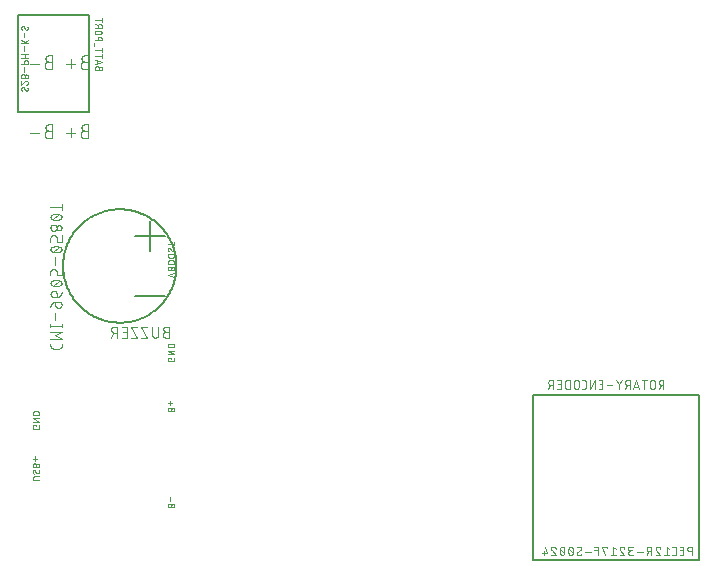
<source format=gbr>
G04 EAGLE Gerber RS-274X export*
G75*
%MOMM*%
%FSLAX34Y34*%
%LPD*%
%INSilkscreen Bottom*%
%IPPOS*%
%AMOC8*
5,1,8,0,0,1.08239X$1,22.5*%
G01*
%ADD10C,0.152400*%
%ADD11C,0.101600*%
%ADD12C,0.050800*%
%ADD13C,0.076200*%


D10*
X23780Y479420D02*
X83780Y479420D01*
X83780Y396920D01*
X23780Y396920D01*
X23780Y479420D01*
D11*
X80144Y439749D02*
X83390Y439749D01*
X80144Y439750D02*
X80031Y439748D01*
X79918Y439742D01*
X79805Y439732D01*
X79692Y439718D01*
X79580Y439701D01*
X79469Y439679D01*
X79359Y439654D01*
X79249Y439624D01*
X79141Y439591D01*
X79034Y439554D01*
X78928Y439514D01*
X78824Y439469D01*
X78721Y439421D01*
X78620Y439370D01*
X78521Y439315D01*
X78424Y439257D01*
X78329Y439195D01*
X78236Y439130D01*
X78146Y439062D01*
X78058Y438991D01*
X77972Y438916D01*
X77889Y438839D01*
X77809Y438759D01*
X77732Y438676D01*
X77657Y438590D01*
X77586Y438502D01*
X77518Y438412D01*
X77453Y438319D01*
X77391Y438224D01*
X77333Y438127D01*
X77278Y438028D01*
X77227Y437927D01*
X77179Y437824D01*
X77134Y437720D01*
X77094Y437614D01*
X77057Y437507D01*
X77024Y437399D01*
X76994Y437289D01*
X76969Y437179D01*
X76947Y437068D01*
X76930Y436956D01*
X76916Y436843D01*
X76906Y436730D01*
X76900Y436617D01*
X76898Y436504D01*
X76900Y436391D01*
X76906Y436278D01*
X76916Y436165D01*
X76930Y436052D01*
X76947Y435940D01*
X76969Y435829D01*
X76994Y435719D01*
X77024Y435609D01*
X77057Y435501D01*
X77094Y435394D01*
X77134Y435288D01*
X77179Y435184D01*
X77227Y435081D01*
X77278Y434980D01*
X77333Y434881D01*
X77391Y434784D01*
X77453Y434689D01*
X77518Y434596D01*
X77586Y434506D01*
X77657Y434418D01*
X77732Y434332D01*
X77809Y434249D01*
X77889Y434169D01*
X77972Y434092D01*
X78058Y434017D01*
X78146Y433946D01*
X78236Y433878D01*
X78329Y433813D01*
X78424Y433751D01*
X78521Y433693D01*
X78620Y433638D01*
X78721Y433587D01*
X78824Y433539D01*
X78928Y433494D01*
X79034Y433454D01*
X79141Y433417D01*
X79249Y433384D01*
X79359Y433354D01*
X79469Y433329D01*
X79580Y433307D01*
X79692Y433290D01*
X79805Y433276D01*
X79918Y433266D01*
X80031Y433260D01*
X80144Y433258D01*
X83390Y433258D01*
X83390Y444942D01*
X80144Y444942D01*
X80043Y444940D01*
X79943Y444934D01*
X79843Y444924D01*
X79743Y444911D01*
X79644Y444893D01*
X79545Y444872D01*
X79448Y444847D01*
X79351Y444818D01*
X79256Y444785D01*
X79162Y444749D01*
X79070Y444709D01*
X78979Y444666D01*
X78890Y444619D01*
X78803Y444569D01*
X78717Y444515D01*
X78634Y444458D01*
X78554Y444398D01*
X78475Y444335D01*
X78399Y444268D01*
X78326Y444199D01*
X78256Y444127D01*
X78188Y444053D01*
X78123Y443976D01*
X78062Y443896D01*
X78003Y443814D01*
X77948Y443730D01*
X77896Y443644D01*
X77847Y443556D01*
X77802Y443466D01*
X77760Y443374D01*
X77722Y443281D01*
X77688Y443186D01*
X77657Y443091D01*
X77630Y442994D01*
X77607Y442896D01*
X77587Y442797D01*
X77572Y442697D01*
X77560Y442597D01*
X77552Y442497D01*
X77548Y442396D01*
X77548Y442296D01*
X77552Y442195D01*
X77560Y442095D01*
X77572Y441995D01*
X77587Y441895D01*
X77607Y441796D01*
X77630Y441698D01*
X77657Y441601D01*
X77688Y441506D01*
X77722Y441411D01*
X77760Y441318D01*
X77802Y441226D01*
X77847Y441136D01*
X77896Y441048D01*
X77948Y440962D01*
X78003Y440878D01*
X78062Y440796D01*
X78123Y440716D01*
X78188Y440639D01*
X78256Y440565D01*
X78326Y440493D01*
X78399Y440424D01*
X78475Y440357D01*
X78554Y440294D01*
X78634Y440234D01*
X78717Y440177D01*
X78803Y440123D01*
X78890Y440073D01*
X78979Y440026D01*
X79070Y439983D01*
X79162Y439943D01*
X79256Y439907D01*
X79351Y439874D01*
X79448Y439845D01*
X79545Y439820D01*
X79644Y439799D01*
X79743Y439781D01*
X79843Y439768D01*
X79943Y439758D01*
X80043Y439752D01*
X80144Y439750D01*
X72397Y437802D02*
X64608Y437802D01*
X68503Y441696D02*
X68503Y433907D01*
X52910Y439749D02*
X49664Y439749D01*
X49664Y439750D02*
X49551Y439748D01*
X49438Y439742D01*
X49325Y439732D01*
X49212Y439718D01*
X49100Y439701D01*
X48989Y439679D01*
X48879Y439654D01*
X48769Y439624D01*
X48661Y439591D01*
X48554Y439554D01*
X48448Y439514D01*
X48344Y439469D01*
X48241Y439421D01*
X48140Y439370D01*
X48041Y439315D01*
X47944Y439257D01*
X47849Y439195D01*
X47756Y439130D01*
X47666Y439062D01*
X47578Y438991D01*
X47492Y438916D01*
X47409Y438839D01*
X47329Y438759D01*
X47252Y438676D01*
X47177Y438590D01*
X47106Y438502D01*
X47038Y438412D01*
X46973Y438319D01*
X46911Y438224D01*
X46853Y438127D01*
X46798Y438028D01*
X46747Y437927D01*
X46699Y437824D01*
X46654Y437720D01*
X46614Y437614D01*
X46577Y437507D01*
X46544Y437399D01*
X46514Y437289D01*
X46489Y437179D01*
X46467Y437068D01*
X46450Y436956D01*
X46436Y436843D01*
X46426Y436730D01*
X46420Y436617D01*
X46418Y436504D01*
X46420Y436391D01*
X46426Y436278D01*
X46436Y436165D01*
X46450Y436052D01*
X46467Y435940D01*
X46489Y435829D01*
X46514Y435719D01*
X46544Y435609D01*
X46577Y435501D01*
X46614Y435394D01*
X46654Y435288D01*
X46699Y435184D01*
X46747Y435081D01*
X46798Y434980D01*
X46853Y434881D01*
X46911Y434784D01*
X46973Y434689D01*
X47038Y434596D01*
X47106Y434506D01*
X47177Y434418D01*
X47252Y434332D01*
X47329Y434249D01*
X47409Y434169D01*
X47492Y434092D01*
X47578Y434017D01*
X47666Y433946D01*
X47756Y433878D01*
X47849Y433813D01*
X47944Y433751D01*
X48041Y433693D01*
X48140Y433638D01*
X48241Y433587D01*
X48344Y433539D01*
X48448Y433494D01*
X48554Y433454D01*
X48661Y433417D01*
X48769Y433384D01*
X48879Y433354D01*
X48989Y433329D01*
X49100Y433307D01*
X49212Y433290D01*
X49325Y433276D01*
X49438Y433266D01*
X49551Y433260D01*
X49664Y433258D01*
X52910Y433258D01*
X52910Y444942D01*
X49664Y444942D01*
X49563Y444940D01*
X49463Y444934D01*
X49363Y444924D01*
X49263Y444911D01*
X49164Y444893D01*
X49065Y444872D01*
X48968Y444847D01*
X48871Y444818D01*
X48776Y444785D01*
X48682Y444749D01*
X48590Y444709D01*
X48499Y444666D01*
X48410Y444619D01*
X48323Y444569D01*
X48237Y444515D01*
X48154Y444458D01*
X48074Y444398D01*
X47995Y444335D01*
X47919Y444268D01*
X47846Y444199D01*
X47776Y444127D01*
X47708Y444053D01*
X47643Y443976D01*
X47582Y443896D01*
X47523Y443814D01*
X47468Y443730D01*
X47416Y443644D01*
X47367Y443556D01*
X47322Y443466D01*
X47280Y443374D01*
X47242Y443281D01*
X47208Y443186D01*
X47177Y443091D01*
X47150Y442994D01*
X47127Y442896D01*
X47107Y442797D01*
X47092Y442697D01*
X47080Y442597D01*
X47072Y442497D01*
X47068Y442396D01*
X47068Y442296D01*
X47072Y442195D01*
X47080Y442095D01*
X47092Y441995D01*
X47107Y441895D01*
X47127Y441796D01*
X47150Y441698D01*
X47177Y441601D01*
X47208Y441506D01*
X47242Y441411D01*
X47280Y441318D01*
X47322Y441226D01*
X47367Y441136D01*
X47416Y441048D01*
X47468Y440962D01*
X47523Y440878D01*
X47582Y440796D01*
X47643Y440716D01*
X47708Y440639D01*
X47776Y440565D01*
X47846Y440493D01*
X47919Y440424D01*
X47995Y440357D01*
X48074Y440294D01*
X48154Y440234D01*
X48237Y440177D01*
X48323Y440123D01*
X48410Y440073D01*
X48499Y440026D01*
X48590Y439983D01*
X48682Y439943D01*
X48776Y439907D01*
X48871Y439874D01*
X48968Y439845D01*
X49065Y439820D01*
X49164Y439799D01*
X49263Y439781D01*
X49363Y439768D01*
X49463Y439758D01*
X49563Y439752D01*
X49664Y439750D01*
X41917Y437802D02*
X34128Y437802D01*
X80144Y381329D02*
X83390Y381329D01*
X80144Y381330D02*
X80031Y381328D01*
X79918Y381322D01*
X79805Y381312D01*
X79692Y381298D01*
X79580Y381281D01*
X79469Y381259D01*
X79359Y381234D01*
X79249Y381204D01*
X79141Y381171D01*
X79034Y381134D01*
X78928Y381094D01*
X78824Y381049D01*
X78721Y381001D01*
X78620Y380950D01*
X78521Y380895D01*
X78424Y380837D01*
X78329Y380775D01*
X78236Y380710D01*
X78146Y380642D01*
X78058Y380571D01*
X77972Y380496D01*
X77889Y380419D01*
X77809Y380339D01*
X77732Y380256D01*
X77657Y380170D01*
X77586Y380082D01*
X77518Y379992D01*
X77453Y379899D01*
X77391Y379804D01*
X77333Y379707D01*
X77278Y379608D01*
X77227Y379507D01*
X77179Y379404D01*
X77134Y379300D01*
X77094Y379194D01*
X77057Y379087D01*
X77024Y378979D01*
X76994Y378869D01*
X76969Y378759D01*
X76947Y378648D01*
X76930Y378536D01*
X76916Y378423D01*
X76906Y378310D01*
X76900Y378197D01*
X76898Y378084D01*
X76900Y377971D01*
X76906Y377858D01*
X76916Y377745D01*
X76930Y377632D01*
X76947Y377520D01*
X76969Y377409D01*
X76994Y377299D01*
X77024Y377189D01*
X77057Y377081D01*
X77094Y376974D01*
X77134Y376868D01*
X77179Y376764D01*
X77227Y376661D01*
X77278Y376560D01*
X77333Y376461D01*
X77391Y376364D01*
X77453Y376269D01*
X77518Y376176D01*
X77586Y376086D01*
X77657Y375998D01*
X77732Y375912D01*
X77809Y375829D01*
X77889Y375749D01*
X77972Y375672D01*
X78058Y375597D01*
X78146Y375526D01*
X78236Y375458D01*
X78329Y375393D01*
X78424Y375331D01*
X78521Y375273D01*
X78620Y375218D01*
X78721Y375167D01*
X78824Y375119D01*
X78928Y375074D01*
X79034Y375034D01*
X79141Y374997D01*
X79249Y374964D01*
X79359Y374934D01*
X79469Y374909D01*
X79580Y374887D01*
X79692Y374870D01*
X79805Y374856D01*
X79918Y374846D01*
X80031Y374840D01*
X80144Y374838D01*
X83390Y374838D01*
X83390Y386522D01*
X80144Y386522D01*
X80043Y386520D01*
X79943Y386514D01*
X79843Y386504D01*
X79743Y386491D01*
X79644Y386473D01*
X79545Y386452D01*
X79448Y386427D01*
X79351Y386398D01*
X79256Y386365D01*
X79162Y386329D01*
X79070Y386289D01*
X78979Y386246D01*
X78890Y386199D01*
X78803Y386149D01*
X78717Y386095D01*
X78634Y386038D01*
X78554Y385978D01*
X78475Y385915D01*
X78399Y385848D01*
X78326Y385779D01*
X78256Y385707D01*
X78188Y385633D01*
X78123Y385556D01*
X78062Y385476D01*
X78003Y385394D01*
X77948Y385310D01*
X77896Y385224D01*
X77847Y385136D01*
X77802Y385046D01*
X77760Y384954D01*
X77722Y384861D01*
X77688Y384766D01*
X77657Y384671D01*
X77630Y384574D01*
X77607Y384476D01*
X77587Y384377D01*
X77572Y384277D01*
X77560Y384177D01*
X77552Y384077D01*
X77548Y383976D01*
X77548Y383876D01*
X77552Y383775D01*
X77560Y383675D01*
X77572Y383575D01*
X77587Y383475D01*
X77607Y383376D01*
X77630Y383278D01*
X77657Y383181D01*
X77688Y383086D01*
X77722Y382991D01*
X77760Y382898D01*
X77802Y382806D01*
X77847Y382716D01*
X77896Y382628D01*
X77948Y382542D01*
X78003Y382458D01*
X78062Y382376D01*
X78123Y382296D01*
X78188Y382219D01*
X78256Y382145D01*
X78326Y382073D01*
X78399Y382004D01*
X78475Y381937D01*
X78554Y381874D01*
X78634Y381814D01*
X78717Y381757D01*
X78803Y381703D01*
X78890Y381653D01*
X78979Y381606D01*
X79070Y381563D01*
X79162Y381523D01*
X79256Y381487D01*
X79351Y381454D01*
X79448Y381425D01*
X79545Y381400D01*
X79644Y381379D01*
X79743Y381361D01*
X79843Y381348D01*
X79943Y381338D01*
X80043Y381332D01*
X80144Y381330D01*
X72397Y379382D02*
X64608Y379382D01*
X68503Y383276D02*
X68503Y375487D01*
X52910Y381329D02*
X49664Y381329D01*
X49664Y381330D02*
X49551Y381328D01*
X49438Y381322D01*
X49325Y381312D01*
X49212Y381298D01*
X49100Y381281D01*
X48989Y381259D01*
X48879Y381234D01*
X48769Y381204D01*
X48661Y381171D01*
X48554Y381134D01*
X48448Y381094D01*
X48344Y381049D01*
X48241Y381001D01*
X48140Y380950D01*
X48041Y380895D01*
X47944Y380837D01*
X47849Y380775D01*
X47756Y380710D01*
X47666Y380642D01*
X47578Y380571D01*
X47492Y380496D01*
X47409Y380419D01*
X47329Y380339D01*
X47252Y380256D01*
X47177Y380170D01*
X47106Y380082D01*
X47038Y379992D01*
X46973Y379899D01*
X46911Y379804D01*
X46853Y379707D01*
X46798Y379608D01*
X46747Y379507D01*
X46699Y379404D01*
X46654Y379300D01*
X46614Y379194D01*
X46577Y379087D01*
X46544Y378979D01*
X46514Y378869D01*
X46489Y378759D01*
X46467Y378648D01*
X46450Y378536D01*
X46436Y378423D01*
X46426Y378310D01*
X46420Y378197D01*
X46418Y378084D01*
X46420Y377971D01*
X46426Y377858D01*
X46436Y377745D01*
X46450Y377632D01*
X46467Y377520D01*
X46489Y377409D01*
X46514Y377299D01*
X46544Y377189D01*
X46577Y377081D01*
X46614Y376974D01*
X46654Y376868D01*
X46699Y376764D01*
X46747Y376661D01*
X46798Y376560D01*
X46853Y376461D01*
X46911Y376364D01*
X46973Y376269D01*
X47038Y376176D01*
X47106Y376086D01*
X47177Y375998D01*
X47252Y375912D01*
X47329Y375829D01*
X47409Y375749D01*
X47492Y375672D01*
X47578Y375597D01*
X47666Y375526D01*
X47756Y375458D01*
X47849Y375393D01*
X47944Y375331D01*
X48041Y375273D01*
X48140Y375218D01*
X48241Y375167D01*
X48344Y375119D01*
X48448Y375074D01*
X48554Y375034D01*
X48661Y374997D01*
X48769Y374964D01*
X48879Y374934D01*
X48989Y374909D01*
X49100Y374887D01*
X49212Y374870D01*
X49325Y374856D01*
X49438Y374846D01*
X49551Y374840D01*
X49664Y374838D01*
X52910Y374838D01*
X52910Y386522D01*
X49664Y386522D01*
X49563Y386520D01*
X49463Y386514D01*
X49363Y386504D01*
X49263Y386491D01*
X49164Y386473D01*
X49065Y386452D01*
X48968Y386427D01*
X48871Y386398D01*
X48776Y386365D01*
X48682Y386329D01*
X48590Y386289D01*
X48499Y386246D01*
X48410Y386199D01*
X48323Y386149D01*
X48237Y386095D01*
X48154Y386038D01*
X48074Y385978D01*
X47995Y385915D01*
X47919Y385848D01*
X47846Y385779D01*
X47776Y385707D01*
X47708Y385633D01*
X47643Y385556D01*
X47582Y385476D01*
X47523Y385394D01*
X47468Y385310D01*
X47416Y385224D01*
X47367Y385136D01*
X47322Y385046D01*
X47280Y384954D01*
X47242Y384861D01*
X47208Y384766D01*
X47177Y384671D01*
X47150Y384574D01*
X47127Y384476D01*
X47107Y384377D01*
X47092Y384277D01*
X47080Y384177D01*
X47072Y384077D01*
X47068Y383976D01*
X47068Y383876D01*
X47072Y383775D01*
X47080Y383675D01*
X47092Y383575D01*
X47107Y383475D01*
X47127Y383376D01*
X47150Y383278D01*
X47177Y383181D01*
X47208Y383086D01*
X47242Y382991D01*
X47280Y382898D01*
X47322Y382806D01*
X47367Y382716D01*
X47416Y382628D01*
X47468Y382542D01*
X47523Y382458D01*
X47582Y382376D01*
X47643Y382296D01*
X47708Y382219D01*
X47776Y382145D01*
X47846Y382073D01*
X47919Y382004D01*
X47995Y381937D01*
X48074Y381874D01*
X48154Y381814D01*
X48237Y381757D01*
X48323Y381703D01*
X48410Y381653D01*
X48499Y381606D01*
X48590Y381563D01*
X48682Y381523D01*
X48776Y381487D01*
X48871Y381454D01*
X48968Y381425D01*
X49065Y381400D01*
X49164Y381379D01*
X49263Y381361D01*
X49363Y381348D01*
X49463Y381338D01*
X49563Y381332D01*
X49664Y381330D01*
X41917Y379382D02*
X34128Y379382D01*
D12*
X92198Y432714D02*
X92198Y434266D01*
X92196Y434343D01*
X92190Y434421D01*
X92181Y434497D01*
X92167Y434574D01*
X92150Y434649D01*
X92129Y434723D01*
X92104Y434797D01*
X92076Y434869D01*
X92044Y434939D01*
X92009Y435008D01*
X91970Y435075D01*
X91928Y435140D01*
X91883Y435203D01*
X91835Y435264D01*
X91784Y435322D01*
X91730Y435377D01*
X91673Y435430D01*
X91614Y435479D01*
X91552Y435526D01*
X91488Y435570D01*
X91422Y435610D01*
X91354Y435647D01*
X91284Y435681D01*
X91213Y435711D01*
X91140Y435737D01*
X91066Y435760D01*
X90991Y435779D01*
X90916Y435794D01*
X90839Y435806D01*
X90762Y435814D01*
X90685Y435818D01*
X90607Y435818D01*
X90530Y435814D01*
X90453Y435806D01*
X90376Y435794D01*
X90301Y435779D01*
X90226Y435760D01*
X90152Y435737D01*
X90079Y435711D01*
X90008Y435681D01*
X89938Y435647D01*
X89870Y435610D01*
X89804Y435570D01*
X89740Y435526D01*
X89678Y435479D01*
X89619Y435430D01*
X89562Y435377D01*
X89508Y435322D01*
X89457Y435264D01*
X89409Y435203D01*
X89364Y435140D01*
X89322Y435075D01*
X89283Y435008D01*
X89248Y434939D01*
X89216Y434869D01*
X89188Y434797D01*
X89163Y434723D01*
X89142Y434649D01*
X89125Y434574D01*
X89111Y434497D01*
X89102Y434421D01*
X89096Y434343D01*
X89094Y434266D01*
X89094Y432714D01*
X94682Y432714D01*
X94682Y434266D01*
X94680Y434336D01*
X94674Y434405D01*
X94664Y434474D01*
X94651Y434542D01*
X94633Y434610D01*
X94612Y434676D01*
X94587Y434741D01*
X94559Y434805D01*
X94527Y434867D01*
X94492Y434927D01*
X94453Y434985D01*
X94411Y435040D01*
X94366Y435094D01*
X94318Y435144D01*
X94268Y435192D01*
X94214Y435237D01*
X94159Y435279D01*
X94101Y435318D01*
X94041Y435353D01*
X93979Y435385D01*
X93915Y435413D01*
X93850Y435438D01*
X93784Y435459D01*
X93716Y435477D01*
X93648Y435490D01*
X93579Y435500D01*
X93510Y435506D01*
X93440Y435508D01*
X93370Y435506D01*
X93301Y435500D01*
X93232Y435490D01*
X93164Y435477D01*
X93096Y435459D01*
X93030Y435438D01*
X92965Y435413D01*
X92901Y435385D01*
X92839Y435353D01*
X92779Y435318D01*
X92721Y435279D01*
X92666Y435237D01*
X92612Y435192D01*
X92562Y435144D01*
X92514Y435094D01*
X92469Y435040D01*
X92427Y434985D01*
X92388Y434927D01*
X92353Y434867D01*
X92321Y434805D01*
X92293Y434741D01*
X92268Y434676D01*
X92247Y434610D01*
X92229Y434542D01*
X92216Y434474D01*
X92206Y434405D01*
X92200Y434336D01*
X92198Y434266D01*
X89094Y437624D02*
X94682Y439487D01*
X89094Y441349D01*
X90491Y440884D02*
X90491Y438090D01*
X89094Y444607D02*
X94682Y444607D01*
X94682Y443055D02*
X94682Y446160D01*
X94682Y449362D02*
X89094Y449362D01*
X94682Y447810D02*
X94682Y450914D01*
X88473Y452692D02*
X88473Y455176D01*
X89094Y457586D02*
X94682Y457586D01*
X94682Y459138D01*
X94680Y459215D01*
X94674Y459293D01*
X94665Y459369D01*
X94651Y459446D01*
X94634Y459521D01*
X94613Y459595D01*
X94588Y459669D01*
X94560Y459741D01*
X94528Y459811D01*
X94493Y459880D01*
X94454Y459947D01*
X94412Y460012D01*
X94367Y460075D01*
X94319Y460136D01*
X94268Y460194D01*
X94214Y460249D01*
X94157Y460302D01*
X94098Y460351D01*
X94036Y460398D01*
X93972Y460442D01*
X93906Y460482D01*
X93838Y460519D01*
X93768Y460553D01*
X93697Y460583D01*
X93624Y460609D01*
X93550Y460632D01*
X93475Y460651D01*
X93400Y460666D01*
X93323Y460678D01*
X93246Y460686D01*
X93169Y460690D01*
X93091Y460690D01*
X93014Y460686D01*
X92937Y460678D01*
X92860Y460666D01*
X92785Y460651D01*
X92710Y460632D01*
X92636Y460609D01*
X92563Y460583D01*
X92492Y460553D01*
X92422Y460519D01*
X92354Y460482D01*
X92288Y460442D01*
X92224Y460398D01*
X92162Y460351D01*
X92103Y460302D01*
X92046Y460249D01*
X91992Y460194D01*
X91941Y460136D01*
X91893Y460075D01*
X91848Y460012D01*
X91806Y459947D01*
X91767Y459880D01*
X91732Y459811D01*
X91700Y459741D01*
X91672Y459669D01*
X91647Y459595D01*
X91626Y459521D01*
X91609Y459446D01*
X91595Y459369D01*
X91586Y459293D01*
X91580Y459215D01*
X91578Y459138D01*
X91578Y457586D01*
X90646Y462806D02*
X93130Y462806D01*
X93207Y462808D01*
X93285Y462814D01*
X93361Y462823D01*
X93438Y462837D01*
X93513Y462854D01*
X93587Y462875D01*
X93661Y462900D01*
X93733Y462928D01*
X93803Y462960D01*
X93872Y462995D01*
X93939Y463034D01*
X94004Y463076D01*
X94067Y463121D01*
X94128Y463169D01*
X94186Y463220D01*
X94241Y463274D01*
X94294Y463331D01*
X94343Y463390D01*
X94390Y463452D01*
X94434Y463516D01*
X94474Y463582D01*
X94511Y463650D01*
X94545Y463720D01*
X94575Y463791D01*
X94601Y463864D01*
X94624Y463938D01*
X94643Y464013D01*
X94658Y464088D01*
X94670Y464165D01*
X94678Y464242D01*
X94682Y464319D01*
X94682Y464397D01*
X94678Y464474D01*
X94670Y464551D01*
X94658Y464628D01*
X94643Y464703D01*
X94624Y464778D01*
X94601Y464852D01*
X94575Y464925D01*
X94545Y464996D01*
X94511Y465066D01*
X94474Y465134D01*
X94434Y465200D01*
X94390Y465264D01*
X94343Y465326D01*
X94294Y465385D01*
X94241Y465442D01*
X94186Y465496D01*
X94128Y465547D01*
X94067Y465595D01*
X94004Y465640D01*
X93939Y465682D01*
X93872Y465721D01*
X93803Y465756D01*
X93733Y465788D01*
X93661Y465816D01*
X93587Y465841D01*
X93513Y465862D01*
X93438Y465879D01*
X93361Y465893D01*
X93285Y465902D01*
X93207Y465908D01*
X93130Y465910D01*
X93130Y465911D02*
X90646Y465911D01*
X90646Y465910D02*
X90569Y465908D01*
X90491Y465902D01*
X90415Y465893D01*
X90338Y465879D01*
X90263Y465862D01*
X90189Y465841D01*
X90115Y465816D01*
X90043Y465788D01*
X89973Y465756D01*
X89904Y465721D01*
X89837Y465682D01*
X89772Y465640D01*
X89709Y465595D01*
X89648Y465547D01*
X89590Y465496D01*
X89535Y465442D01*
X89482Y465385D01*
X89433Y465326D01*
X89386Y465264D01*
X89342Y465200D01*
X89302Y465134D01*
X89265Y465066D01*
X89231Y464996D01*
X89201Y464925D01*
X89175Y464852D01*
X89152Y464778D01*
X89133Y464703D01*
X89118Y464628D01*
X89106Y464551D01*
X89098Y464474D01*
X89094Y464397D01*
X89094Y464319D01*
X89098Y464242D01*
X89106Y464165D01*
X89118Y464088D01*
X89133Y464013D01*
X89152Y463938D01*
X89175Y463864D01*
X89201Y463791D01*
X89231Y463720D01*
X89265Y463650D01*
X89302Y463582D01*
X89342Y463516D01*
X89386Y463452D01*
X89433Y463390D01*
X89482Y463331D01*
X89535Y463274D01*
X89590Y463220D01*
X89648Y463169D01*
X89709Y463121D01*
X89772Y463076D01*
X89837Y463034D01*
X89904Y462995D01*
X89973Y462960D01*
X90043Y462928D01*
X90115Y462900D01*
X90189Y462875D01*
X90263Y462854D01*
X90338Y462837D01*
X90415Y462823D01*
X90491Y462814D01*
X90569Y462808D01*
X90646Y462806D01*
X89094Y468511D02*
X94682Y468511D01*
X94682Y470064D01*
X94680Y470141D01*
X94674Y470219D01*
X94665Y470295D01*
X94651Y470372D01*
X94634Y470447D01*
X94613Y470521D01*
X94588Y470595D01*
X94560Y470667D01*
X94528Y470737D01*
X94493Y470806D01*
X94454Y470873D01*
X94412Y470938D01*
X94367Y471001D01*
X94319Y471062D01*
X94268Y471120D01*
X94214Y471175D01*
X94157Y471228D01*
X94098Y471277D01*
X94036Y471324D01*
X93972Y471368D01*
X93906Y471408D01*
X93838Y471445D01*
X93768Y471479D01*
X93697Y471509D01*
X93624Y471535D01*
X93550Y471558D01*
X93475Y471577D01*
X93400Y471592D01*
X93323Y471604D01*
X93246Y471612D01*
X93169Y471616D01*
X93091Y471616D01*
X93014Y471612D01*
X92937Y471604D01*
X92860Y471592D01*
X92785Y471577D01*
X92710Y471558D01*
X92636Y471535D01*
X92563Y471509D01*
X92492Y471479D01*
X92422Y471445D01*
X92354Y471408D01*
X92288Y471368D01*
X92224Y471324D01*
X92162Y471277D01*
X92103Y471228D01*
X92046Y471175D01*
X91992Y471120D01*
X91941Y471062D01*
X91893Y471001D01*
X91848Y470938D01*
X91806Y470873D01*
X91767Y470806D01*
X91732Y470737D01*
X91700Y470667D01*
X91672Y470595D01*
X91647Y470521D01*
X91626Y470447D01*
X91609Y470372D01*
X91595Y470295D01*
X91586Y470219D01*
X91580Y470141D01*
X91578Y470064D01*
X91578Y468511D01*
X91578Y470374D02*
X89094Y471616D01*
X89094Y475148D02*
X94682Y475148D01*
X94682Y473596D02*
X94682Y476700D01*
X27820Y418034D02*
X27750Y418032D01*
X27681Y418026D01*
X27612Y418016D01*
X27544Y418003D01*
X27476Y417985D01*
X27410Y417964D01*
X27345Y417939D01*
X27281Y417911D01*
X27219Y417879D01*
X27159Y417844D01*
X27101Y417805D01*
X27046Y417763D01*
X26992Y417718D01*
X26942Y417670D01*
X26894Y417620D01*
X26849Y417566D01*
X26807Y417511D01*
X26768Y417453D01*
X26733Y417393D01*
X26701Y417331D01*
X26673Y417267D01*
X26648Y417202D01*
X26627Y417136D01*
X26609Y417068D01*
X26596Y417000D01*
X26586Y416931D01*
X26580Y416862D01*
X26578Y416792D01*
X26580Y416693D01*
X26585Y416595D01*
X26595Y416497D01*
X26608Y416399D01*
X26624Y416302D01*
X26644Y416205D01*
X26668Y416110D01*
X26696Y416015D01*
X26727Y415921D01*
X26761Y415829D01*
X26799Y415738D01*
X26840Y415648D01*
X26885Y415560D01*
X26933Y415474D01*
X26984Y415390D01*
X27038Y415308D01*
X27096Y415227D01*
X27156Y415149D01*
X27219Y415074D01*
X27285Y415000D01*
X27354Y414930D01*
X30924Y415085D02*
X30994Y415087D01*
X31063Y415093D01*
X31132Y415103D01*
X31200Y415116D01*
X31268Y415134D01*
X31334Y415155D01*
X31399Y415180D01*
X31463Y415208D01*
X31525Y415240D01*
X31585Y415275D01*
X31643Y415314D01*
X31698Y415356D01*
X31752Y415401D01*
X31802Y415449D01*
X31850Y415499D01*
X31895Y415553D01*
X31937Y415608D01*
X31976Y415666D01*
X32011Y415726D01*
X32043Y415788D01*
X32071Y415852D01*
X32096Y415917D01*
X32117Y415983D01*
X32135Y416051D01*
X32148Y416119D01*
X32158Y416188D01*
X32164Y416257D01*
X32166Y416327D01*
X32164Y416421D01*
X32158Y416514D01*
X32149Y416607D01*
X32136Y416700D01*
X32119Y416792D01*
X32099Y416883D01*
X32074Y416974D01*
X32047Y417063D01*
X32015Y417151D01*
X31980Y417238D01*
X31942Y417324D01*
X31900Y417407D01*
X31855Y417489D01*
X31807Y417570D01*
X31755Y417648D01*
X31700Y417724D01*
X29838Y415706D02*
X29874Y415647D01*
X29914Y415591D01*
X29957Y415537D01*
X30002Y415485D01*
X30051Y415436D01*
X30102Y415390D01*
X30155Y415347D01*
X30211Y415306D01*
X30269Y415269D01*
X30329Y415234D01*
X30390Y415204D01*
X30453Y415176D01*
X30518Y415152D01*
X30584Y415132D01*
X30651Y415115D01*
X30718Y415102D01*
X30786Y415093D01*
X30855Y415087D01*
X30924Y415085D01*
X28906Y417413D02*
X28870Y417472D01*
X28830Y417528D01*
X28787Y417582D01*
X28742Y417634D01*
X28693Y417683D01*
X28642Y417729D01*
X28589Y417772D01*
X28533Y417813D01*
X28475Y417850D01*
X28415Y417885D01*
X28354Y417915D01*
X28291Y417943D01*
X28226Y417967D01*
X28160Y417987D01*
X28093Y418004D01*
X28026Y418017D01*
X27958Y418026D01*
X27889Y418032D01*
X27820Y418034D01*
X28906Y417413D02*
X29838Y415706D01*
X32166Y421941D02*
X32164Y422014D01*
X32158Y422087D01*
X32149Y422160D01*
X32135Y422231D01*
X32118Y422303D01*
X32098Y422373D01*
X32073Y422442D01*
X32045Y422509D01*
X32014Y422575D01*
X31979Y422640D01*
X31941Y422702D01*
X31899Y422762D01*
X31855Y422820D01*
X31807Y422876D01*
X31757Y422929D01*
X31704Y422979D01*
X31648Y423027D01*
X31590Y423071D01*
X31530Y423113D01*
X31468Y423151D01*
X31403Y423186D01*
X31337Y423217D01*
X31270Y423245D01*
X31201Y423270D01*
X31131Y423290D01*
X31059Y423307D01*
X30988Y423321D01*
X30915Y423330D01*
X30842Y423336D01*
X30769Y423338D01*
X32166Y421941D02*
X32164Y421857D01*
X32158Y421774D01*
X32149Y421691D01*
X32135Y421609D01*
X32118Y421527D01*
X32096Y421446D01*
X32071Y421366D01*
X32043Y421288D01*
X32011Y421210D01*
X31975Y421135D01*
X31936Y421061D01*
X31893Y420989D01*
X31847Y420919D01*
X31798Y420852D01*
X31745Y420786D01*
X31690Y420724D01*
X31632Y420664D01*
X31571Y420606D01*
X31508Y420552D01*
X31442Y420500D01*
X31374Y420452D01*
X31303Y420407D01*
X31231Y420365D01*
X31156Y420327D01*
X31080Y420292D01*
X31003Y420261D01*
X30924Y420233D01*
X29683Y422871D02*
X29736Y422925D01*
X29793Y422976D01*
X29852Y423024D01*
X29913Y423069D01*
X29976Y423110D01*
X30042Y423149D01*
X30109Y423184D01*
X30178Y423216D01*
X30249Y423244D01*
X30320Y423268D01*
X30393Y423289D01*
X30467Y423306D01*
X30542Y423320D01*
X30617Y423329D01*
X30693Y423335D01*
X30769Y423337D01*
X29682Y422872D02*
X26578Y420233D01*
X26578Y423338D01*
X29682Y425986D02*
X29682Y427538D01*
X29680Y427615D01*
X29674Y427693D01*
X29665Y427769D01*
X29651Y427846D01*
X29634Y427921D01*
X29613Y427995D01*
X29588Y428069D01*
X29560Y428141D01*
X29528Y428211D01*
X29493Y428280D01*
X29454Y428347D01*
X29412Y428412D01*
X29367Y428475D01*
X29319Y428536D01*
X29268Y428594D01*
X29214Y428649D01*
X29157Y428702D01*
X29098Y428751D01*
X29036Y428798D01*
X28972Y428842D01*
X28906Y428882D01*
X28838Y428919D01*
X28768Y428953D01*
X28697Y428983D01*
X28624Y429009D01*
X28550Y429032D01*
X28475Y429051D01*
X28400Y429066D01*
X28323Y429078D01*
X28246Y429086D01*
X28169Y429090D01*
X28091Y429090D01*
X28014Y429086D01*
X27937Y429078D01*
X27860Y429066D01*
X27785Y429051D01*
X27710Y429032D01*
X27636Y429009D01*
X27563Y428983D01*
X27492Y428953D01*
X27422Y428919D01*
X27354Y428882D01*
X27288Y428842D01*
X27224Y428798D01*
X27162Y428751D01*
X27103Y428702D01*
X27046Y428649D01*
X26992Y428594D01*
X26941Y428536D01*
X26893Y428475D01*
X26848Y428412D01*
X26806Y428347D01*
X26767Y428280D01*
X26732Y428211D01*
X26700Y428141D01*
X26672Y428069D01*
X26647Y427995D01*
X26626Y427921D01*
X26609Y427846D01*
X26595Y427769D01*
X26586Y427693D01*
X26580Y427615D01*
X26578Y427538D01*
X26578Y425986D01*
X32166Y425986D01*
X32166Y427538D01*
X32164Y427608D01*
X32158Y427677D01*
X32148Y427746D01*
X32135Y427814D01*
X32117Y427882D01*
X32096Y427948D01*
X32071Y428013D01*
X32043Y428077D01*
X32011Y428139D01*
X31976Y428199D01*
X31937Y428257D01*
X31895Y428312D01*
X31850Y428366D01*
X31802Y428416D01*
X31752Y428464D01*
X31698Y428509D01*
X31643Y428551D01*
X31585Y428590D01*
X31525Y428625D01*
X31463Y428657D01*
X31399Y428685D01*
X31334Y428710D01*
X31268Y428731D01*
X31200Y428749D01*
X31132Y428762D01*
X31063Y428772D01*
X30994Y428778D01*
X30924Y428780D01*
X30854Y428778D01*
X30785Y428772D01*
X30716Y428762D01*
X30648Y428749D01*
X30580Y428731D01*
X30514Y428710D01*
X30449Y428685D01*
X30385Y428657D01*
X30323Y428625D01*
X30263Y428590D01*
X30205Y428551D01*
X30150Y428509D01*
X30096Y428464D01*
X30046Y428416D01*
X29998Y428366D01*
X29953Y428312D01*
X29911Y428257D01*
X29872Y428199D01*
X29837Y428139D01*
X29805Y428077D01*
X29777Y428013D01*
X29752Y427948D01*
X29731Y427882D01*
X29713Y427814D01*
X29700Y427746D01*
X29690Y427677D01*
X29684Y427608D01*
X29682Y427538D01*
X28751Y431261D02*
X28751Y434987D01*
X26578Y437690D02*
X32166Y437690D01*
X32166Y439242D01*
X32164Y439319D01*
X32158Y439397D01*
X32149Y439473D01*
X32135Y439550D01*
X32118Y439625D01*
X32097Y439699D01*
X32072Y439773D01*
X32044Y439845D01*
X32012Y439915D01*
X31977Y439984D01*
X31938Y440051D01*
X31896Y440116D01*
X31851Y440179D01*
X31803Y440240D01*
X31752Y440298D01*
X31698Y440353D01*
X31641Y440406D01*
X31582Y440455D01*
X31520Y440502D01*
X31456Y440546D01*
X31390Y440586D01*
X31322Y440623D01*
X31252Y440657D01*
X31181Y440687D01*
X31108Y440713D01*
X31034Y440736D01*
X30959Y440755D01*
X30884Y440770D01*
X30807Y440782D01*
X30730Y440790D01*
X30653Y440794D01*
X30575Y440794D01*
X30498Y440790D01*
X30421Y440782D01*
X30344Y440770D01*
X30269Y440755D01*
X30194Y440736D01*
X30120Y440713D01*
X30047Y440687D01*
X29976Y440657D01*
X29906Y440623D01*
X29838Y440586D01*
X29772Y440546D01*
X29708Y440502D01*
X29646Y440455D01*
X29587Y440406D01*
X29530Y440353D01*
X29476Y440298D01*
X29425Y440240D01*
X29377Y440179D01*
X29332Y440116D01*
X29290Y440051D01*
X29251Y439984D01*
X29216Y439915D01*
X29184Y439845D01*
X29156Y439773D01*
X29131Y439699D01*
X29110Y439625D01*
X29093Y439550D01*
X29079Y439473D01*
X29070Y439397D01*
X29064Y439319D01*
X29062Y439242D01*
X29062Y437690D01*
X26578Y443093D02*
X32166Y443093D01*
X29682Y443093D02*
X29682Y446198D01*
X32166Y446198D02*
X26578Y446198D01*
X28751Y448818D02*
X28751Y452543D01*
X26578Y455246D02*
X32166Y455246D01*
X32166Y458351D02*
X28751Y455246D01*
X29993Y456488D02*
X26578Y458351D01*
X28751Y460522D02*
X28751Y464247D01*
X26578Y468364D02*
X26580Y468434D01*
X26586Y468503D01*
X26596Y468572D01*
X26609Y468640D01*
X26627Y468708D01*
X26648Y468774D01*
X26673Y468839D01*
X26701Y468903D01*
X26733Y468965D01*
X26768Y469025D01*
X26807Y469083D01*
X26849Y469138D01*
X26894Y469192D01*
X26942Y469242D01*
X26992Y469290D01*
X27046Y469335D01*
X27101Y469377D01*
X27159Y469416D01*
X27219Y469451D01*
X27281Y469483D01*
X27345Y469511D01*
X27410Y469536D01*
X27476Y469557D01*
X27544Y469575D01*
X27612Y469588D01*
X27681Y469598D01*
X27750Y469604D01*
X27820Y469606D01*
X26578Y468364D02*
X26580Y468265D01*
X26585Y468167D01*
X26595Y468069D01*
X26608Y467971D01*
X26624Y467874D01*
X26644Y467777D01*
X26668Y467682D01*
X26696Y467587D01*
X26727Y467493D01*
X26761Y467401D01*
X26799Y467310D01*
X26840Y467220D01*
X26885Y467132D01*
X26933Y467046D01*
X26984Y466962D01*
X27038Y466880D01*
X27096Y466799D01*
X27156Y466721D01*
X27219Y466646D01*
X27285Y466572D01*
X27354Y466502D01*
X30924Y466657D02*
X30994Y466659D01*
X31063Y466665D01*
X31132Y466675D01*
X31200Y466688D01*
X31268Y466706D01*
X31334Y466727D01*
X31399Y466752D01*
X31463Y466780D01*
X31525Y466812D01*
X31585Y466847D01*
X31643Y466886D01*
X31698Y466928D01*
X31752Y466973D01*
X31802Y467021D01*
X31850Y467071D01*
X31895Y467125D01*
X31937Y467180D01*
X31976Y467238D01*
X32011Y467298D01*
X32043Y467360D01*
X32071Y467424D01*
X32096Y467489D01*
X32117Y467555D01*
X32135Y467623D01*
X32148Y467691D01*
X32158Y467760D01*
X32164Y467829D01*
X32166Y467899D01*
X32164Y467993D01*
X32158Y468086D01*
X32149Y468179D01*
X32136Y468272D01*
X32119Y468364D01*
X32099Y468455D01*
X32074Y468546D01*
X32047Y468635D01*
X32015Y468723D01*
X31980Y468810D01*
X31942Y468896D01*
X31900Y468979D01*
X31855Y469061D01*
X31807Y469142D01*
X31755Y469220D01*
X31700Y469296D01*
X29838Y467278D02*
X29874Y467219D01*
X29914Y467163D01*
X29957Y467109D01*
X30002Y467057D01*
X30051Y467008D01*
X30102Y466962D01*
X30155Y466919D01*
X30211Y466878D01*
X30269Y466841D01*
X30329Y466806D01*
X30390Y466776D01*
X30453Y466748D01*
X30518Y466724D01*
X30584Y466704D01*
X30651Y466687D01*
X30718Y466674D01*
X30786Y466665D01*
X30855Y466659D01*
X30924Y466657D01*
X28906Y468985D02*
X28870Y469044D01*
X28830Y469100D01*
X28787Y469154D01*
X28742Y469206D01*
X28693Y469255D01*
X28642Y469301D01*
X28589Y469344D01*
X28533Y469385D01*
X28475Y469422D01*
X28415Y469457D01*
X28354Y469487D01*
X28291Y469515D01*
X28226Y469539D01*
X28160Y469559D01*
X28093Y469576D01*
X28026Y469589D01*
X27958Y469598D01*
X27889Y469604D01*
X27820Y469606D01*
X28906Y468985D02*
X29838Y467278D01*
X39262Y131892D02*
X39262Y130960D01*
X39262Y131892D02*
X36158Y131892D01*
X36158Y130029D01*
X36160Y129959D01*
X36166Y129890D01*
X36176Y129821D01*
X36189Y129753D01*
X36207Y129685D01*
X36228Y129619D01*
X36253Y129554D01*
X36281Y129490D01*
X36313Y129428D01*
X36348Y129368D01*
X36387Y129310D01*
X36429Y129255D01*
X36474Y129201D01*
X36522Y129151D01*
X36572Y129103D01*
X36626Y129058D01*
X36681Y129016D01*
X36739Y128977D01*
X36799Y128942D01*
X36861Y128910D01*
X36925Y128882D01*
X36990Y128857D01*
X37056Y128836D01*
X37124Y128818D01*
X37192Y128805D01*
X37261Y128795D01*
X37330Y128789D01*
X37400Y128787D01*
X40504Y128787D01*
X40574Y128789D01*
X40643Y128795D01*
X40712Y128805D01*
X40780Y128818D01*
X40848Y128836D01*
X40914Y128857D01*
X40979Y128882D01*
X41043Y128910D01*
X41105Y128942D01*
X41165Y128977D01*
X41223Y129016D01*
X41278Y129058D01*
X41332Y129103D01*
X41382Y129151D01*
X41430Y129201D01*
X41475Y129255D01*
X41517Y129310D01*
X41556Y129368D01*
X41591Y129428D01*
X41623Y129490D01*
X41651Y129554D01*
X41676Y129619D01*
X41697Y129685D01*
X41715Y129753D01*
X41728Y129821D01*
X41738Y129890D01*
X41744Y129959D01*
X41746Y130029D01*
X41746Y131892D01*
X41746Y134639D02*
X36158Y134639D01*
X36158Y137744D02*
X41746Y134639D01*
X41746Y137744D02*
X36158Y137744D01*
X36158Y140492D02*
X41746Y140492D01*
X41746Y142044D01*
X41744Y142120D01*
X41739Y142196D01*
X41729Y142272D01*
X41716Y142347D01*
X41699Y142421D01*
X41679Y142495D01*
X41655Y142567D01*
X41628Y142638D01*
X41597Y142708D01*
X41563Y142776D01*
X41525Y142842D01*
X41484Y142906D01*
X41441Y142969D01*
X41394Y143029D01*
X41344Y143086D01*
X41291Y143141D01*
X41236Y143194D01*
X41179Y143244D01*
X41119Y143291D01*
X41056Y143334D01*
X40992Y143375D01*
X40926Y143413D01*
X40858Y143447D01*
X40788Y143478D01*
X40717Y143505D01*
X40644Y143529D01*
X40571Y143549D01*
X40497Y143566D01*
X40422Y143579D01*
X40346Y143589D01*
X40270Y143594D01*
X40194Y143596D01*
X37710Y143596D01*
X37631Y143594D01*
X37553Y143588D01*
X37475Y143578D01*
X37398Y143564D01*
X37321Y143546D01*
X37245Y143525D01*
X37171Y143499D01*
X37098Y143470D01*
X37027Y143437D01*
X36957Y143401D01*
X36889Y143361D01*
X36823Y143318D01*
X36760Y143271D01*
X36699Y143222D01*
X36641Y143169D01*
X36585Y143113D01*
X36532Y143055D01*
X36483Y142994D01*
X36436Y142931D01*
X36393Y142865D01*
X36353Y142797D01*
X36317Y142728D01*
X36284Y142656D01*
X36255Y142583D01*
X36229Y142509D01*
X36208Y142433D01*
X36190Y142356D01*
X36176Y142279D01*
X36166Y142201D01*
X36160Y142123D01*
X36158Y142044D01*
X36158Y140492D01*
X37710Y85439D02*
X41746Y85439D01*
X37710Y85439D02*
X37633Y85441D01*
X37555Y85447D01*
X37479Y85456D01*
X37402Y85470D01*
X37327Y85487D01*
X37253Y85508D01*
X37179Y85533D01*
X37107Y85561D01*
X37037Y85593D01*
X36968Y85628D01*
X36901Y85667D01*
X36836Y85709D01*
X36773Y85754D01*
X36712Y85802D01*
X36654Y85853D01*
X36599Y85907D01*
X36546Y85964D01*
X36497Y86023D01*
X36450Y86085D01*
X36406Y86149D01*
X36366Y86215D01*
X36329Y86283D01*
X36295Y86353D01*
X36265Y86424D01*
X36239Y86497D01*
X36216Y86571D01*
X36197Y86646D01*
X36182Y86721D01*
X36170Y86798D01*
X36162Y86875D01*
X36158Y86952D01*
X36158Y87030D01*
X36162Y87107D01*
X36170Y87184D01*
X36182Y87261D01*
X36197Y87336D01*
X36216Y87411D01*
X36239Y87485D01*
X36265Y87558D01*
X36295Y87629D01*
X36329Y87699D01*
X36366Y87767D01*
X36406Y87833D01*
X36450Y87897D01*
X36497Y87959D01*
X36546Y88018D01*
X36599Y88075D01*
X36654Y88129D01*
X36712Y88180D01*
X36773Y88228D01*
X36836Y88273D01*
X36901Y88315D01*
X36968Y88354D01*
X37037Y88389D01*
X37107Y88421D01*
X37179Y88449D01*
X37253Y88474D01*
X37327Y88495D01*
X37402Y88512D01*
X37479Y88526D01*
X37555Y88535D01*
X37633Y88541D01*
X37710Y88543D01*
X37710Y88544D02*
X41746Y88544D01*
X37400Y94030D02*
X37330Y94028D01*
X37261Y94022D01*
X37192Y94012D01*
X37124Y93999D01*
X37056Y93981D01*
X36990Y93960D01*
X36925Y93935D01*
X36861Y93907D01*
X36799Y93875D01*
X36739Y93840D01*
X36681Y93801D01*
X36626Y93759D01*
X36572Y93714D01*
X36522Y93666D01*
X36474Y93616D01*
X36429Y93562D01*
X36387Y93507D01*
X36348Y93449D01*
X36313Y93389D01*
X36281Y93327D01*
X36253Y93263D01*
X36228Y93198D01*
X36207Y93132D01*
X36189Y93064D01*
X36176Y92996D01*
X36166Y92927D01*
X36160Y92858D01*
X36158Y92788D01*
X36160Y92689D01*
X36165Y92591D01*
X36175Y92493D01*
X36188Y92395D01*
X36204Y92298D01*
X36224Y92201D01*
X36248Y92106D01*
X36276Y92011D01*
X36307Y91917D01*
X36341Y91825D01*
X36379Y91734D01*
X36420Y91644D01*
X36465Y91556D01*
X36513Y91470D01*
X36564Y91386D01*
X36618Y91304D01*
X36676Y91223D01*
X36736Y91145D01*
X36799Y91070D01*
X36865Y90996D01*
X36934Y90926D01*
X40504Y91081D02*
X40574Y91083D01*
X40643Y91089D01*
X40712Y91099D01*
X40780Y91112D01*
X40848Y91130D01*
X40914Y91151D01*
X40979Y91176D01*
X41043Y91204D01*
X41105Y91236D01*
X41165Y91271D01*
X41223Y91310D01*
X41278Y91352D01*
X41332Y91397D01*
X41382Y91445D01*
X41430Y91495D01*
X41475Y91549D01*
X41517Y91604D01*
X41556Y91662D01*
X41591Y91722D01*
X41623Y91784D01*
X41651Y91848D01*
X41676Y91913D01*
X41697Y91979D01*
X41715Y92047D01*
X41728Y92115D01*
X41738Y92184D01*
X41744Y92253D01*
X41746Y92323D01*
X41746Y92322D02*
X41744Y92416D01*
X41738Y92509D01*
X41729Y92602D01*
X41716Y92695D01*
X41699Y92787D01*
X41679Y92878D01*
X41654Y92969D01*
X41627Y93058D01*
X41595Y93146D01*
X41560Y93233D01*
X41522Y93319D01*
X41480Y93402D01*
X41435Y93484D01*
X41387Y93565D01*
X41335Y93643D01*
X41280Y93719D01*
X39418Y91702D02*
X39454Y91643D01*
X39494Y91587D01*
X39537Y91533D01*
X39582Y91481D01*
X39631Y91432D01*
X39682Y91386D01*
X39735Y91343D01*
X39791Y91302D01*
X39849Y91265D01*
X39909Y91230D01*
X39970Y91200D01*
X40033Y91172D01*
X40098Y91148D01*
X40164Y91128D01*
X40231Y91111D01*
X40298Y91098D01*
X40366Y91089D01*
X40435Y91083D01*
X40504Y91081D01*
X38486Y93409D02*
X38450Y93468D01*
X38410Y93524D01*
X38367Y93578D01*
X38322Y93630D01*
X38273Y93679D01*
X38222Y93725D01*
X38169Y93768D01*
X38113Y93809D01*
X38055Y93846D01*
X37995Y93881D01*
X37934Y93911D01*
X37871Y93939D01*
X37806Y93963D01*
X37740Y93983D01*
X37673Y94000D01*
X37606Y94013D01*
X37538Y94022D01*
X37469Y94028D01*
X37400Y94030D01*
X38486Y93409D02*
X39418Y91702D01*
X39262Y96495D02*
X39262Y98047D01*
X39260Y98124D01*
X39254Y98202D01*
X39245Y98278D01*
X39231Y98355D01*
X39214Y98430D01*
X39193Y98504D01*
X39168Y98578D01*
X39140Y98650D01*
X39108Y98720D01*
X39073Y98789D01*
X39034Y98856D01*
X38992Y98921D01*
X38947Y98984D01*
X38899Y99045D01*
X38848Y99103D01*
X38794Y99158D01*
X38737Y99211D01*
X38678Y99260D01*
X38616Y99307D01*
X38552Y99351D01*
X38486Y99391D01*
X38418Y99428D01*
X38348Y99462D01*
X38277Y99492D01*
X38204Y99518D01*
X38130Y99541D01*
X38055Y99560D01*
X37980Y99575D01*
X37903Y99587D01*
X37826Y99595D01*
X37749Y99599D01*
X37671Y99599D01*
X37594Y99595D01*
X37517Y99587D01*
X37440Y99575D01*
X37365Y99560D01*
X37290Y99541D01*
X37216Y99518D01*
X37143Y99492D01*
X37072Y99462D01*
X37002Y99428D01*
X36934Y99391D01*
X36868Y99351D01*
X36804Y99307D01*
X36742Y99260D01*
X36683Y99211D01*
X36626Y99158D01*
X36572Y99103D01*
X36521Y99045D01*
X36473Y98984D01*
X36428Y98921D01*
X36386Y98856D01*
X36347Y98789D01*
X36312Y98720D01*
X36280Y98650D01*
X36252Y98578D01*
X36227Y98504D01*
X36206Y98430D01*
X36189Y98355D01*
X36175Y98278D01*
X36166Y98202D01*
X36160Y98124D01*
X36158Y98047D01*
X36158Y96495D01*
X41746Y96495D01*
X41746Y98047D01*
X41744Y98117D01*
X41738Y98186D01*
X41728Y98255D01*
X41715Y98323D01*
X41697Y98391D01*
X41676Y98457D01*
X41651Y98522D01*
X41623Y98586D01*
X41591Y98648D01*
X41556Y98708D01*
X41517Y98766D01*
X41475Y98821D01*
X41430Y98875D01*
X41382Y98925D01*
X41332Y98973D01*
X41278Y99018D01*
X41223Y99060D01*
X41165Y99099D01*
X41105Y99134D01*
X41043Y99166D01*
X40979Y99194D01*
X40914Y99219D01*
X40848Y99240D01*
X40780Y99258D01*
X40712Y99271D01*
X40643Y99281D01*
X40574Y99287D01*
X40504Y99289D01*
X40434Y99287D01*
X40365Y99281D01*
X40296Y99271D01*
X40228Y99258D01*
X40160Y99240D01*
X40094Y99219D01*
X40029Y99194D01*
X39965Y99166D01*
X39903Y99134D01*
X39843Y99099D01*
X39785Y99060D01*
X39730Y99018D01*
X39676Y98973D01*
X39626Y98925D01*
X39578Y98875D01*
X39533Y98821D01*
X39491Y98766D01*
X39452Y98708D01*
X39417Y98648D01*
X39385Y98586D01*
X39357Y98522D01*
X39332Y98457D01*
X39311Y98391D01*
X39293Y98323D01*
X39280Y98255D01*
X39270Y98186D01*
X39264Y98117D01*
X39262Y98047D01*
X38331Y101771D02*
X38331Y105496D01*
X36468Y103633D02*
X40194Y103633D01*
X153562Y63757D02*
X153562Y62205D01*
X153562Y63757D02*
X153560Y63834D01*
X153554Y63912D01*
X153545Y63988D01*
X153531Y64065D01*
X153514Y64140D01*
X153493Y64214D01*
X153468Y64288D01*
X153440Y64360D01*
X153408Y64430D01*
X153373Y64499D01*
X153334Y64566D01*
X153292Y64631D01*
X153247Y64694D01*
X153199Y64755D01*
X153148Y64813D01*
X153094Y64868D01*
X153037Y64921D01*
X152978Y64970D01*
X152916Y65017D01*
X152852Y65061D01*
X152786Y65101D01*
X152718Y65138D01*
X152648Y65172D01*
X152577Y65202D01*
X152504Y65228D01*
X152430Y65251D01*
X152355Y65270D01*
X152280Y65285D01*
X152203Y65297D01*
X152126Y65305D01*
X152049Y65309D01*
X151971Y65309D01*
X151894Y65305D01*
X151817Y65297D01*
X151740Y65285D01*
X151665Y65270D01*
X151590Y65251D01*
X151516Y65228D01*
X151443Y65202D01*
X151372Y65172D01*
X151302Y65138D01*
X151234Y65101D01*
X151168Y65061D01*
X151104Y65017D01*
X151042Y64970D01*
X150983Y64921D01*
X150926Y64868D01*
X150872Y64813D01*
X150821Y64755D01*
X150773Y64694D01*
X150728Y64631D01*
X150686Y64566D01*
X150647Y64499D01*
X150612Y64430D01*
X150580Y64360D01*
X150552Y64288D01*
X150527Y64214D01*
X150506Y64140D01*
X150489Y64065D01*
X150475Y63988D01*
X150466Y63912D01*
X150460Y63834D01*
X150458Y63757D01*
X150458Y62205D01*
X156046Y62205D01*
X156046Y63757D01*
X156044Y63827D01*
X156038Y63896D01*
X156028Y63965D01*
X156015Y64033D01*
X155997Y64101D01*
X155976Y64167D01*
X155951Y64232D01*
X155923Y64296D01*
X155891Y64358D01*
X155856Y64418D01*
X155817Y64476D01*
X155775Y64531D01*
X155730Y64585D01*
X155682Y64635D01*
X155632Y64683D01*
X155578Y64728D01*
X155523Y64770D01*
X155465Y64809D01*
X155405Y64844D01*
X155343Y64876D01*
X155279Y64904D01*
X155214Y64929D01*
X155148Y64950D01*
X155080Y64968D01*
X155012Y64981D01*
X154943Y64991D01*
X154874Y64997D01*
X154804Y64999D01*
X154734Y64997D01*
X154665Y64991D01*
X154596Y64981D01*
X154528Y64968D01*
X154460Y64950D01*
X154394Y64929D01*
X154329Y64904D01*
X154265Y64876D01*
X154203Y64844D01*
X154143Y64809D01*
X154085Y64770D01*
X154030Y64728D01*
X153976Y64683D01*
X153926Y64635D01*
X153878Y64585D01*
X153833Y64531D01*
X153791Y64476D01*
X153752Y64418D01*
X153717Y64358D01*
X153685Y64296D01*
X153657Y64232D01*
X153632Y64167D01*
X153611Y64101D01*
X153593Y64033D01*
X153580Y63965D01*
X153570Y63896D01*
X153564Y63827D01*
X153562Y63757D01*
X152631Y67481D02*
X152631Y71206D01*
X153562Y143485D02*
X153562Y145037D01*
X153560Y145114D01*
X153554Y145192D01*
X153545Y145268D01*
X153531Y145345D01*
X153514Y145420D01*
X153493Y145494D01*
X153468Y145568D01*
X153440Y145640D01*
X153408Y145710D01*
X153373Y145779D01*
X153334Y145846D01*
X153292Y145911D01*
X153247Y145974D01*
X153199Y146035D01*
X153148Y146093D01*
X153094Y146148D01*
X153037Y146201D01*
X152978Y146250D01*
X152916Y146297D01*
X152852Y146341D01*
X152786Y146381D01*
X152718Y146418D01*
X152648Y146452D01*
X152577Y146482D01*
X152504Y146508D01*
X152430Y146531D01*
X152355Y146550D01*
X152280Y146565D01*
X152203Y146577D01*
X152126Y146585D01*
X152049Y146589D01*
X151971Y146589D01*
X151894Y146585D01*
X151817Y146577D01*
X151740Y146565D01*
X151665Y146550D01*
X151590Y146531D01*
X151516Y146508D01*
X151443Y146482D01*
X151372Y146452D01*
X151302Y146418D01*
X151234Y146381D01*
X151168Y146341D01*
X151104Y146297D01*
X151042Y146250D01*
X150983Y146201D01*
X150926Y146148D01*
X150872Y146093D01*
X150821Y146035D01*
X150773Y145974D01*
X150728Y145911D01*
X150686Y145846D01*
X150647Y145779D01*
X150612Y145710D01*
X150580Y145640D01*
X150552Y145568D01*
X150527Y145494D01*
X150506Y145420D01*
X150489Y145345D01*
X150475Y145268D01*
X150466Y145192D01*
X150460Y145114D01*
X150458Y145037D01*
X150458Y143485D01*
X156046Y143485D01*
X156046Y145037D01*
X156044Y145107D01*
X156038Y145176D01*
X156028Y145245D01*
X156015Y145313D01*
X155997Y145381D01*
X155976Y145447D01*
X155951Y145512D01*
X155923Y145576D01*
X155891Y145638D01*
X155856Y145698D01*
X155817Y145756D01*
X155775Y145811D01*
X155730Y145865D01*
X155682Y145915D01*
X155632Y145963D01*
X155578Y146008D01*
X155523Y146050D01*
X155465Y146089D01*
X155405Y146124D01*
X155343Y146156D01*
X155279Y146184D01*
X155214Y146209D01*
X155148Y146230D01*
X155080Y146248D01*
X155012Y146261D01*
X154943Y146271D01*
X154874Y146277D01*
X154804Y146279D01*
X154734Y146277D01*
X154665Y146271D01*
X154596Y146261D01*
X154528Y146248D01*
X154460Y146230D01*
X154394Y146209D01*
X154329Y146184D01*
X154265Y146156D01*
X154203Y146124D01*
X154143Y146089D01*
X154085Y146050D01*
X154030Y146008D01*
X153976Y145963D01*
X153926Y145915D01*
X153878Y145865D01*
X153833Y145811D01*
X153791Y145756D01*
X153752Y145698D01*
X153717Y145638D01*
X153685Y145576D01*
X153657Y145512D01*
X153632Y145447D01*
X153611Y145381D01*
X153593Y145313D01*
X153580Y145245D01*
X153570Y145176D01*
X153564Y145107D01*
X153562Y145037D01*
X152631Y148761D02*
X152631Y152486D01*
X150768Y150623D02*
X154494Y150623D01*
X153562Y188110D02*
X153562Y189042D01*
X150458Y189042D01*
X150458Y187179D01*
X150460Y187109D01*
X150466Y187040D01*
X150476Y186971D01*
X150489Y186903D01*
X150507Y186835D01*
X150528Y186769D01*
X150553Y186704D01*
X150581Y186640D01*
X150613Y186578D01*
X150648Y186518D01*
X150687Y186460D01*
X150729Y186405D01*
X150774Y186351D01*
X150822Y186301D01*
X150872Y186253D01*
X150926Y186208D01*
X150981Y186166D01*
X151039Y186127D01*
X151099Y186092D01*
X151161Y186060D01*
X151225Y186032D01*
X151290Y186007D01*
X151356Y185986D01*
X151424Y185968D01*
X151492Y185955D01*
X151561Y185945D01*
X151630Y185939D01*
X151700Y185937D01*
X154804Y185937D01*
X154874Y185939D01*
X154943Y185945D01*
X155012Y185955D01*
X155080Y185968D01*
X155148Y185986D01*
X155214Y186007D01*
X155279Y186032D01*
X155343Y186060D01*
X155405Y186092D01*
X155465Y186127D01*
X155523Y186166D01*
X155578Y186208D01*
X155632Y186253D01*
X155682Y186301D01*
X155730Y186351D01*
X155775Y186405D01*
X155817Y186460D01*
X155856Y186518D01*
X155891Y186578D01*
X155923Y186640D01*
X155951Y186704D01*
X155976Y186769D01*
X155997Y186835D01*
X156015Y186903D01*
X156028Y186971D01*
X156038Y187040D01*
X156044Y187109D01*
X156046Y187179D01*
X156046Y189042D01*
X156046Y191789D02*
X150458Y191789D01*
X150458Y194894D02*
X156046Y191789D01*
X156046Y194894D02*
X150458Y194894D01*
X150458Y197642D02*
X156046Y197642D01*
X156046Y199194D01*
X156044Y199270D01*
X156039Y199346D01*
X156029Y199422D01*
X156016Y199497D01*
X155999Y199571D01*
X155979Y199645D01*
X155955Y199717D01*
X155928Y199788D01*
X155897Y199858D01*
X155863Y199926D01*
X155825Y199992D01*
X155784Y200056D01*
X155741Y200119D01*
X155694Y200179D01*
X155644Y200236D01*
X155591Y200291D01*
X155536Y200344D01*
X155479Y200394D01*
X155419Y200441D01*
X155356Y200484D01*
X155292Y200525D01*
X155226Y200563D01*
X155158Y200597D01*
X155088Y200628D01*
X155017Y200655D01*
X154944Y200679D01*
X154871Y200699D01*
X154797Y200716D01*
X154722Y200729D01*
X154646Y200739D01*
X154570Y200744D01*
X154494Y200746D01*
X152010Y200746D01*
X151931Y200744D01*
X151853Y200738D01*
X151775Y200728D01*
X151698Y200714D01*
X151621Y200696D01*
X151545Y200675D01*
X151471Y200649D01*
X151398Y200620D01*
X151327Y200587D01*
X151257Y200551D01*
X151189Y200511D01*
X151123Y200468D01*
X151060Y200421D01*
X150999Y200372D01*
X150941Y200319D01*
X150885Y200263D01*
X150832Y200205D01*
X150783Y200144D01*
X150736Y200081D01*
X150693Y200015D01*
X150653Y199947D01*
X150617Y199878D01*
X150584Y199806D01*
X150555Y199733D01*
X150529Y199659D01*
X150508Y199583D01*
X150490Y199506D01*
X150476Y199429D01*
X150466Y199351D01*
X150460Y199273D01*
X150458Y199194D01*
X150458Y197642D01*
X156046Y256991D02*
X150458Y258853D01*
X156046Y260716D01*
X153562Y263053D02*
X153562Y264606D01*
X153560Y264683D01*
X153554Y264761D01*
X153545Y264837D01*
X153531Y264914D01*
X153514Y264989D01*
X153493Y265063D01*
X153468Y265137D01*
X153440Y265209D01*
X153408Y265279D01*
X153373Y265348D01*
X153334Y265415D01*
X153292Y265480D01*
X153247Y265543D01*
X153199Y265604D01*
X153148Y265662D01*
X153094Y265717D01*
X153037Y265770D01*
X152978Y265819D01*
X152916Y265866D01*
X152852Y265910D01*
X152786Y265950D01*
X152718Y265987D01*
X152648Y266021D01*
X152577Y266051D01*
X152504Y266077D01*
X152430Y266100D01*
X152355Y266119D01*
X152280Y266134D01*
X152203Y266146D01*
X152126Y266154D01*
X152049Y266158D01*
X151971Y266158D01*
X151894Y266154D01*
X151817Y266146D01*
X151740Y266134D01*
X151665Y266119D01*
X151590Y266100D01*
X151516Y266077D01*
X151443Y266051D01*
X151372Y266021D01*
X151302Y265987D01*
X151234Y265950D01*
X151168Y265910D01*
X151104Y265866D01*
X151042Y265819D01*
X150983Y265770D01*
X150926Y265717D01*
X150872Y265662D01*
X150821Y265604D01*
X150773Y265543D01*
X150728Y265480D01*
X150686Y265415D01*
X150647Y265348D01*
X150612Y265279D01*
X150580Y265209D01*
X150552Y265137D01*
X150527Y265063D01*
X150506Y264989D01*
X150489Y264914D01*
X150475Y264837D01*
X150466Y264761D01*
X150460Y264683D01*
X150458Y264606D01*
X150458Y263053D01*
X156046Y263053D01*
X156046Y264606D01*
X156044Y264676D01*
X156038Y264745D01*
X156028Y264814D01*
X156015Y264882D01*
X155997Y264950D01*
X155976Y265016D01*
X155951Y265081D01*
X155923Y265145D01*
X155891Y265207D01*
X155856Y265267D01*
X155817Y265325D01*
X155775Y265380D01*
X155730Y265434D01*
X155682Y265484D01*
X155632Y265532D01*
X155578Y265577D01*
X155523Y265619D01*
X155465Y265658D01*
X155405Y265693D01*
X155343Y265725D01*
X155279Y265753D01*
X155214Y265778D01*
X155148Y265799D01*
X155080Y265817D01*
X155012Y265830D01*
X154943Y265840D01*
X154874Y265846D01*
X154804Y265848D01*
X154734Y265846D01*
X154665Y265840D01*
X154596Y265830D01*
X154528Y265817D01*
X154460Y265799D01*
X154394Y265778D01*
X154329Y265753D01*
X154265Y265725D01*
X154203Y265693D01*
X154143Y265658D01*
X154085Y265619D01*
X154030Y265577D01*
X153976Y265532D01*
X153926Y265484D01*
X153878Y265434D01*
X153833Y265380D01*
X153791Y265325D01*
X153752Y265267D01*
X153717Y265207D01*
X153685Y265145D01*
X153657Y265081D01*
X153632Y265016D01*
X153611Y264950D01*
X153593Y264882D01*
X153580Y264814D01*
X153570Y264745D01*
X153564Y264676D01*
X153562Y264606D01*
X154494Y268274D02*
X152010Y268274D01*
X154494Y268274D02*
X154571Y268276D01*
X154649Y268282D01*
X154725Y268291D01*
X154802Y268305D01*
X154877Y268322D01*
X154951Y268343D01*
X155025Y268368D01*
X155097Y268396D01*
X155167Y268428D01*
X155236Y268463D01*
X155303Y268502D01*
X155368Y268544D01*
X155431Y268589D01*
X155492Y268637D01*
X155550Y268688D01*
X155605Y268742D01*
X155658Y268799D01*
X155707Y268858D01*
X155754Y268920D01*
X155798Y268984D01*
X155838Y269050D01*
X155875Y269118D01*
X155909Y269188D01*
X155939Y269259D01*
X155965Y269332D01*
X155988Y269406D01*
X156007Y269481D01*
X156022Y269556D01*
X156034Y269633D01*
X156042Y269710D01*
X156046Y269787D01*
X156046Y269865D01*
X156042Y269942D01*
X156034Y270019D01*
X156022Y270096D01*
X156007Y270171D01*
X155988Y270246D01*
X155965Y270320D01*
X155939Y270393D01*
X155909Y270464D01*
X155875Y270534D01*
X155838Y270602D01*
X155798Y270668D01*
X155754Y270732D01*
X155707Y270794D01*
X155658Y270853D01*
X155605Y270910D01*
X155550Y270964D01*
X155492Y271015D01*
X155431Y271063D01*
X155368Y271108D01*
X155303Y271150D01*
X155236Y271189D01*
X155167Y271224D01*
X155097Y271256D01*
X155025Y271284D01*
X154951Y271309D01*
X154877Y271330D01*
X154802Y271347D01*
X154725Y271361D01*
X154649Y271370D01*
X154571Y271376D01*
X154494Y271378D01*
X152010Y271378D01*
X151933Y271376D01*
X151855Y271370D01*
X151779Y271361D01*
X151702Y271347D01*
X151627Y271330D01*
X151553Y271309D01*
X151479Y271284D01*
X151407Y271256D01*
X151337Y271224D01*
X151268Y271189D01*
X151201Y271150D01*
X151136Y271108D01*
X151073Y271063D01*
X151012Y271015D01*
X150954Y270964D01*
X150899Y270910D01*
X150846Y270853D01*
X150797Y270794D01*
X150750Y270732D01*
X150706Y270668D01*
X150666Y270602D01*
X150629Y270534D01*
X150595Y270464D01*
X150565Y270393D01*
X150539Y270320D01*
X150516Y270246D01*
X150497Y270171D01*
X150482Y270096D01*
X150470Y270019D01*
X150462Y269942D01*
X150458Y269865D01*
X150458Y269787D01*
X150462Y269710D01*
X150470Y269633D01*
X150482Y269556D01*
X150497Y269481D01*
X150516Y269406D01*
X150539Y269332D01*
X150565Y269259D01*
X150595Y269188D01*
X150629Y269118D01*
X150666Y269050D01*
X150706Y268984D01*
X150750Y268920D01*
X150797Y268858D01*
X150846Y268799D01*
X150899Y268742D01*
X150954Y268688D01*
X151012Y268637D01*
X151073Y268589D01*
X151136Y268544D01*
X151201Y268502D01*
X151268Y268463D01*
X151337Y268428D01*
X151407Y268396D01*
X151479Y268368D01*
X151553Y268343D01*
X151627Y268322D01*
X151702Y268305D01*
X151779Y268291D01*
X151855Y268282D01*
X151933Y268276D01*
X152010Y268274D01*
X152010Y273760D02*
X154494Y273760D01*
X154494Y273761D02*
X154571Y273763D01*
X154649Y273769D01*
X154725Y273778D01*
X154802Y273792D01*
X154877Y273809D01*
X154951Y273830D01*
X155025Y273855D01*
X155097Y273883D01*
X155167Y273915D01*
X155236Y273950D01*
X155303Y273989D01*
X155368Y274031D01*
X155431Y274076D01*
X155492Y274124D01*
X155550Y274175D01*
X155605Y274229D01*
X155658Y274286D01*
X155707Y274345D01*
X155754Y274407D01*
X155798Y274471D01*
X155838Y274537D01*
X155875Y274605D01*
X155909Y274675D01*
X155939Y274746D01*
X155965Y274819D01*
X155988Y274893D01*
X156007Y274968D01*
X156022Y275043D01*
X156034Y275120D01*
X156042Y275197D01*
X156046Y275274D01*
X156046Y275352D01*
X156042Y275429D01*
X156034Y275506D01*
X156022Y275583D01*
X156007Y275658D01*
X155988Y275733D01*
X155965Y275807D01*
X155939Y275880D01*
X155909Y275951D01*
X155875Y276021D01*
X155838Y276089D01*
X155798Y276155D01*
X155754Y276219D01*
X155707Y276281D01*
X155658Y276340D01*
X155605Y276397D01*
X155550Y276451D01*
X155492Y276502D01*
X155431Y276550D01*
X155368Y276595D01*
X155303Y276637D01*
X155236Y276676D01*
X155167Y276711D01*
X155097Y276743D01*
X155025Y276771D01*
X154951Y276796D01*
X154877Y276817D01*
X154802Y276834D01*
X154725Y276848D01*
X154649Y276857D01*
X154571Y276863D01*
X154494Y276865D01*
X152010Y276865D01*
X151933Y276863D01*
X151855Y276857D01*
X151779Y276848D01*
X151702Y276834D01*
X151627Y276817D01*
X151553Y276796D01*
X151479Y276771D01*
X151407Y276743D01*
X151337Y276711D01*
X151268Y276676D01*
X151201Y276637D01*
X151136Y276595D01*
X151073Y276550D01*
X151012Y276502D01*
X150954Y276451D01*
X150899Y276397D01*
X150846Y276340D01*
X150797Y276281D01*
X150750Y276219D01*
X150706Y276155D01*
X150666Y276089D01*
X150629Y276021D01*
X150595Y275951D01*
X150565Y275880D01*
X150539Y275807D01*
X150516Y275733D01*
X150497Y275658D01*
X150482Y275583D01*
X150470Y275506D01*
X150462Y275429D01*
X150458Y275352D01*
X150458Y275274D01*
X150462Y275197D01*
X150470Y275120D01*
X150482Y275043D01*
X150497Y274968D01*
X150516Y274893D01*
X150539Y274819D01*
X150565Y274746D01*
X150595Y274675D01*
X150629Y274605D01*
X150666Y274537D01*
X150706Y274471D01*
X150750Y274407D01*
X150797Y274345D01*
X150846Y274286D01*
X150899Y274229D01*
X150954Y274175D01*
X151012Y274124D01*
X151073Y274076D01*
X151136Y274031D01*
X151201Y273989D01*
X151268Y273950D01*
X151337Y273915D01*
X151407Y273883D01*
X151479Y273855D01*
X151553Y273830D01*
X151627Y273809D01*
X151702Y273792D01*
X151779Y273778D01*
X151855Y273769D01*
X151933Y273763D01*
X152010Y273761D01*
X150458Y280926D02*
X150460Y280996D01*
X150466Y281065D01*
X150476Y281134D01*
X150489Y281202D01*
X150507Y281270D01*
X150528Y281336D01*
X150553Y281401D01*
X150581Y281465D01*
X150613Y281527D01*
X150648Y281587D01*
X150687Y281645D01*
X150729Y281700D01*
X150774Y281754D01*
X150822Y281804D01*
X150872Y281852D01*
X150926Y281897D01*
X150981Y281939D01*
X151039Y281978D01*
X151099Y282013D01*
X151161Y282045D01*
X151225Y282073D01*
X151290Y282098D01*
X151356Y282119D01*
X151424Y282137D01*
X151492Y282150D01*
X151561Y282160D01*
X151630Y282166D01*
X151700Y282168D01*
X150458Y280926D02*
X150460Y280827D01*
X150465Y280729D01*
X150475Y280631D01*
X150488Y280533D01*
X150504Y280436D01*
X150524Y280339D01*
X150548Y280244D01*
X150576Y280149D01*
X150607Y280055D01*
X150641Y279963D01*
X150679Y279872D01*
X150720Y279782D01*
X150765Y279694D01*
X150813Y279608D01*
X150864Y279524D01*
X150918Y279442D01*
X150976Y279361D01*
X151036Y279283D01*
X151099Y279208D01*
X151165Y279134D01*
X151234Y279064D01*
X154804Y279219D02*
X154874Y279221D01*
X154943Y279227D01*
X155012Y279237D01*
X155080Y279250D01*
X155148Y279268D01*
X155214Y279289D01*
X155279Y279314D01*
X155343Y279342D01*
X155405Y279374D01*
X155465Y279409D01*
X155523Y279448D01*
X155578Y279490D01*
X155632Y279535D01*
X155682Y279583D01*
X155730Y279633D01*
X155775Y279687D01*
X155817Y279742D01*
X155856Y279800D01*
X155891Y279860D01*
X155923Y279922D01*
X155951Y279986D01*
X155976Y280051D01*
X155997Y280117D01*
X156015Y280185D01*
X156028Y280253D01*
X156038Y280322D01*
X156044Y280391D01*
X156046Y280461D01*
X156044Y280555D01*
X156038Y280648D01*
X156029Y280741D01*
X156016Y280834D01*
X155999Y280926D01*
X155979Y281017D01*
X155954Y281108D01*
X155927Y281197D01*
X155895Y281285D01*
X155860Y281372D01*
X155822Y281458D01*
X155780Y281541D01*
X155735Y281623D01*
X155687Y281704D01*
X155635Y281782D01*
X155580Y281858D01*
X153718Y279840D02*
X153754Y279781D01*
X153794Y279725D01*
X153837Y279671D01*
X153882Y279619D01*
X153931Y279570D01*
X153982Y279524D01*
X154035Y279481D01*
X154091Y279440D01*
X154149Y279403D01*
X154209Y279368D01*
X154270Y279338D01*
X154333Y279310D01*
X154398Y279286D01*
X154464Y279266D01*
X154531Y279249D01*
X154598Y279236D01*
X154666Y279227D01*
X154735Y279221D01*
X154804Y279219D01*
X152786Y281547D02*
X152750Y281606D01*
X152710Y281662D01*
X152667Y281716D01*
X152622Y281768D01*
X152573Y281817D01*
X152522Y281863D01*
X152469Y281906D01*
X152413Y281947D01*
X152355Y281984D01*
X152295Y282019D01*
X152234Y282049D01*
X152171Y282077D01*
X152106Y282101D01*
X152040Y282121D01*
X151973Y282138D01*
X151906Y282151D01*
X151838Y282160D01*
X151769Y282166D01*
X151700Y282168D01*
X152786Y281547D02*
X153718Y279840D01*
X156046Y285554D02*
X150458Y285554D01*
X156046Y284002D02*
X156046Y287106D01*
D10*
X62000Y266700D02*
X62014Y267878D01*
X62058Y269055D01*
X62130Y270231D01*
X62231Y271405D01*
X62361Y272576D01*
X62520Y273743D01*
X62707Y274906D01*
X62922Y276064D01*
X63166Y277217D01*
X63438Y278363D01*
X63739Y279502D01*
X64067Y280634D01*
X64423Y281757D01*
X64806Y282871D01*
X65216Y283975D01*
X65654Y285069D01*
X66118Y286152D01*
X66609Y287223D01*
X67125Y288281D01*
X67668Y289327D01*
X68236Y290359D01*
X68829Y291377D01*
X69447Y292380D01*
X70089Y293367D01*
X70756Y294339D01*
X71446Y295294D01*
X72159Y296231D01*
X72895Y297151D01*
X73654Y298052D01*
X74434Y298935D01*
X75236Y299798D01*
X76059Y300641D01*
X76902Y301464D01*
X77765Y302266D01*
X78648Y303046D01*
X79549Y303805D01*
X80469Y304541D01*
X81406Y305254D01*
X82361Y305944D01*
X83333Y306611D01*
X84320Y307253D01*
X85323Y307871D01*
X86341Y308464D01*
X87373Y309032D01*
X88419Y309575D01*
X89477Y310091D01*
X90548Y310582D01*
X91631Y311046D01*
X92725Y311484D01*
X93829Y311894D01*
X94943Y312277D01*
X96066Y312633D01*
X97198Y312961D01*
X98337Y313262D01*
X99483Y313534D01*
X100636Y313778D01*
X101794Y313993D01*
X102957Y314180D01*
X104124Y314339D01*
X105295Y314469D01*
X106469Y314570D01*
X107645Y314642D01*
X108822Y314686D01*
X110000Y314700D01*
X111178Y314686D01*
X112355Y314642D01*
X113531Y314570D01*
X114705Y314469D01*
X115876Y314339D01*
X117043Y314180D01*
X118206Y313993D01*
X119364Y313778D01*
X120517Y313534D01*
X121663Y313262D01*
X122802Y312961D01*
X123934Y312633D01*
X125057Y312277D01*
X126171Y311894D01*
X127275Y311484D01*
X128369Y311046D01*
X129452Y310582D01*
X130523Y310091D01*
X131581Y309575D01*
X132627Y309032D01*
X133659Y308464D01*
X134677Y307871D01*
X135680Y307253D01*
X136667Y306611D01*
X137639Y305944D01*
X138594Y305254D01*
X139531Y304541D01*
X140451Y303805D01*
X141352Y303046D01*
X142235Y302266D01*
X143098Y301464D01*
X143941Y300641D01*
X144764Y299798D01*
X145566Y298935D01*
X146346Y298052D01*
X147105Y297151D01*
X147841Y296231D01*
X148554Y295294D01*
X149244Y294339D01*
X149911Y293367D01*
X150553Y292380D01*
X151171Y291377D01*
X151764Y290359D01*
X152332Y289327D01*
X152875Y288281D01*
X153391Y287223D01*
X153882Y286152D01*
X154346Y285069D01*
X154784Y283975D01*
X155194Y282871D01*
X155577Y281757D01*
X155933Y280634D01*
X156261Y279502D01*
X156562Y278363D01*
X156834Y277217D01*
X157078Y276064D01*
X157293Y274906D01*
X157480Y273743D01*
X157639Y272576D01*
X157769Y271405D01*
X157870Y270231D01*
X157942Y269055D01*
X157986Y267878D01*
X158000Y266700D01*
X157986Y265522D01*
X157942Y264345D01*
X157870Y263169D01*
X157769Y261995D01*
X157639Y260824D01*
X157480Y259657D01*
X157293Y258494D01*
X157078Y257336D01*
X156834Y256183D01*
X156562Y255037D01*
X156261Y253898D01*
X155933Y252766D01*
X155577Y251643D01*
X155194Y250529D01*
X154784Y249425D01*
X154346Y248331D01*
X153882Y247248D01*
X153391Y246177D01*
X152875Y245119D01*
X152332Y244073D01*
X151764Y243041D01*
X151171Y242023D01*
X150553Y241020D01*
X149911Y240033D01*
X149244Y239061D01*
X148554Y238106D01*
X147841Y237169D01*
X147105Y236249D01*
X146346Y235348D01*
X145566Y234465D01*
X144764Y233602D01*
X143941Y232759D01*
X143098Y231936D01*
X142235Y231134D01*
X141352Y230354D01*
X140451Y229595D01*
X139531Y228859D01*
X138594Y228146D01*
X137639Y227456D01*
X136667Y226789D01*
X135680Y226147D01*
X134677Y225529D01*
X133659Y224936D01*
X132627Y224368D01*
X131581Y223825D01*
X130523Y223309D01*
X129452Y222818D01*
X128369Y222354D01*
X127275Y221916D01*
X126171Y221506D01*
X125057Y221123D01*
X123934Y220767D01*
X122802Y220439D01*
X121663Y220138D01*
X120517Y219866D01*
X119364Y219622D01*
X118206Y219407D01*
X117043Y219220D01*
X115876Y219061D01*
X114705Y218931D01*
X113531Y218830D01*
X112355Y218758D01*
X111178Y218714D01*
X110000Y218700D01*
X108822Y218714D01*
X107645Y218758D01*
X106469Y218830D01*
X105295Y218931D01*
X104124Y219061D01*
X102957Y219220D01*
X101794Y219407D01*
X100636Y219622D01*
X99483Y219866D01*
X98337Y220138D01*
X97198Y220439D01*
X96066Y220767D01*
X94943Y221123D01*
X93829Y221506D01*
X92725Y221916D01*
X91631Y222354D01*
X90548Y222818D01*
X89477Y223309D01*
X88419Y223825D01*
X87373Y224368D01*
X86341Y224936D01*
X85323Y225529D01*
X84320Y226147D01*
X83333Y226789D01*
X82361Y227456D01*
X81406Y228146D01*
X80469Y228859D01*
X79549Y229595D01*
X78648Y230354D01*
X77765Y231134D01*
X76902Y231936D01*
X76059Y232759D01*
X75236Y233602D01*
X74434Y234465D01*
X73654Y235348D01*
X72895Y236249D01*
X72159Y237169D01*
X71446Y238106D01*
X70756Y239061D01*
X70089Y240033D01*
X69447Y241020D01*
X68829Y242023D01*
X68236Y243041D01*
X67668Y244073D01*
X67125Y245119D01*
X66609Y246177D01*
X66118Y247248D01*
X65654Y248331D01*
X65216Y249425D01*
X64806Y250529D01*
X64423Y251643D01*
X64067Y252766D01*
X63739Y253898D01*
X63438Y255037D01*
X63166Y256183D01*
X62922Y257336D01*
X62707Y258494D01*
X62520Y259657D01*
X62361Y260824D01*
X62231Y261995D01*
X62130Y263169D01*
X62058Y264345D01*
X62014Y265522D01*
X62000Y266700D01*
X122700Y292100D02*
X148100Y292100D01*
X135400Y304800D02*
X135400Y279400D01*
X148100Y241300D02*
X122700Y241300D01*
D13*
X148968Y211162D02*
X151579Y211162D01*
X148968Y211163D02*
X148867Y211161D01*
X148766Y211155D01*
X148665Y211145D01*
X148565Y211132D01*
X148465Y211114D01*
X148366Y211093D01*
X148268Y211067D01*
X148171Y211038D01*
X148075Y211006D01*
X147981Y210969D01*
X147888Y210929D01*
X147796Y210885D01*
X147707Y210838D01*
X147619Y210787D01*
X147533Y210733D01*
X147450Y210676D01*
X147368Y210616D01*
X147290Y210552D01*
X147213Y210486D01*
X147140Y210416D01*
X147069Y210344D01*
X147001Y210269D01*
X146936Y210191D01*
X146874Y210111D01*
X146815Y210029D01*
X146759Y209944D01*
X146707Y209858D01*
X146658Y209769D01*
X146612Y209678D01*
X146571Y209586D01*
X146532Y209492D01*
X146498Y209397D01*
X146467Y209301D01*
X146440Y209203D01*
X146416Y209105D01*
X146397Y209005D01*
X146381Y208905D01*
X146369Y208805D01*
X146361Y208704D01*
X146357Y208603D01*
X146357Y208501D01*
X146361Y208400D01*
X146369Y208299D01*
X146381Y208199D01*
X146397Y208099D01*
X146416Y207999D01*
X146440Y207901D01*
X146467Y207803D01*
X146498Y207707D01*
X146532Y207612D01*
X146571Y207518D01*
X146612Y207426D01*
X146658Y207335D01*
X146707Y207247D01*
X146759Y207160D01*
X146815Y207075D01*
X146874Y206993D01*
X146936Y206913D01*
X147001Y206835D01*
X147069Y206760D01*
X147140Y206688D01*
X147213Y206618D01*
X147290Y206552D01*
X147368Y206488D01*
X147450Y206428D01*
X147533Y206371D01*
X147619Y206317D01*
X147707Y206266D01*
X147796Y206219D01*
X147888Y206175D01*
X147981Y206135D01*
X148075Y206098D01*
X148171Y206066D01*
X148268Y206037D01*
X148366Y206011D01*
X148465Y205990D01*
X148565Y205972D01*
X148665Y205959D01*
X148766Y205949D01*
X148867Y205943D01*
X148968Y205941D01*
X151579Y205941D01*
X151579Y215339D01*
X148968Y215339D01*
X148878Y215337D01*
X148789Y215331D01*
X148699Y215322D01*
X148610Y215308D01*
X148522Y215291D01*
X148435Y215270D01*
X148348Y215245D01*
X148263Y215216D01*
X148179Y215184D01*
X148097Y215149D01*
X148016Y215109D01*
X147937Y215067D01*
X147860Y215021D01*
X147785Y214971D01*
X147712Y214919D01*
X147641Y214863D01*
X147573Y214805D01*
X147508Y214743D01*
X147445Y214679D01*
X147385Y214612D01*
X147328Y214543D01*
X147274Y214471D01*
X147223Y214397D01*
X147175Y214321D01*
X147131Y214243D01*
X147090Y214163D01*
X147052Y214081D01*
X147018Y213998D01*
X146988Y213913D01*
X146961Y213827D01*
X146938Y213741D01*
X146919Y213653D01*
X146904Y213564D01*
X146892Y213475D01*
X146884Y213386D01*
X146880Y213296D01*
X146880Y213206D01*
X146884Y213116D01*
X146892Y213027D01*
X146904Y212938D01*
X146919Y212849D01*
X146938Y212761D01*
X146961Y212675D01*
X146988Y212589D01*
X147018Y212504D01*
X147052Y212421D01*
X147090Y212339D01*
X147131Y212259D01*
X147175Y212181D01*
X147223Y212105D01*
X147274Y212031D01*
X147328Y211959D01*
X147385Y211890D01*
X147445Y211823D01*
X147508Y211759D01*
X147573Y211697D01*
X147641Y211639D01*
X147712Y211583D01*
X147785Y211531D01*
X147860Y211481D01*
X147937Y211435D01*
X148016Y211393D01*
X148097Y211353D01*
X148179Y211318D01*
X148263Y211286D01*
X148348Y211257D01*
X148435Y211232D01*
X148522Y211211D01*
X148610Y211194D01*
X148699Y211180D01*
X148789Y211171D01*
X148878Y211165D01*
X148968Y211163D01*
X142566Y208552D02*
X142566Y215339D01*
X142567Y208552D02*
X142565Y208451D01*
X142559Y208350D01*
X142549Y208249D01*
X142536Y208149D01*
X142518Y208049D01*
X142497Y207950D01*
X142471Y207852D01*
X142442Y207755D01*
X142410Y207659D01*
X142373Y207565D01*
X142333Y207472D01*
X142289Y207380D01*
X142242Y207291D01*
X142191Y207203D01*
X142137Y207117D01*
X142080Y207034D01*
X142020Y206952D01*
X141956Y206874D01*
X141890Y206797D01*
X141820Y206724D01*
X141748Y206653D01*
X141673Y206585D01*
X141595Y206520D01*
X141515Y206458D01*
X141433Y206399D01*
X141348Y206343D01*
X141261Y206291D01*
X141173Y206242D01*
X141082Y206196D01*
X140990Y206155D01*
X140896Y206116D01*
X140801Y206082D01*
X140705Y206051D01*
X140607Y206024D01*
X140509Y206000D01*
X140409Y205981D01*
X140309Y205965D01*
X140209Y205953D01*
X140108Y205945D01*
X140007Y205941D01*
X139905Y205941D01*
X139804Y205945D01*
X139703Y205953D01*
X139603Y205965D01*
X139503Y205981D01*
X139403Y206000D01*
X139305Y206024D01*
X139207Y206051D01*
X139111Y206082D01*
X139016Y206116D01*
X138922Y206155D01*
X138830Y206196D01*
X138739Y206242D01*
X138651Y206291D01*
X138564Y206343D01*
X138479Y206399D01*
X138397Y206458D01*
X138317Y206520D01*
X138239Y206585D01*
X138164Y206653D01*
X138092Y206724D01*
X138022Y206797D01*
X137956Y206874D01*
X137892Y206952D01*
X137832Y207034D01*
X137775Y207117D01*
X137721Y207203D01*
X137670Y207291D01*
X137623Y207380D01*
X137579Y207472D01*
X137539Y207565D01*
X137502Y207659D01*
X137470Y207755D01*
X137441Y207852D01*
X137415Y207950D01*
X137394Y208049D01*
X137376Y208149D01*
X137363Y208249D01*
X137353Y208350D01*
X137347Y208451D01*
X137345Y208552D01*
X137345Y215339D01*
X133422Y215339D02*
X128201Y215339D01*
X133422Y205941D01*
X128201Y205941D01*
X124888Y215339D02*
X119667Y215339D01*
X124888Y205941D01*
X119667Y205941D01*
X115726Y205941D02*
X111550Y205941D01*
X115726Y205941D02*
X115726Y215339D01*
X111550Y215339D01*
X112594Y211162D02*
X115726Y211162D01*
X107762Y215339D02*
X107762Y205941D01*
X107762Y215339D02*
X105152Y215339D01*
X105051Y215337D01*
X104950Y215331D01*
X104849Y215321D01*
X104749Y215308D01*
X104649Y215290D01*
X104550Y215269D01*
X104452Y215243D01*
X104355Y215214D01*
X104259Y215182D01*
X104165Y215145D01*
X104072Y215105D01*
X103980Y215061D01*
X103891Y215014D01*
X103803Y214963D01*
X103717Y214909D01*
X103634Y214852D01*
X103552Y214792D01*
X103474Y214728D01*
X103397Y214662D01*
X103324Y214592D01*
X103253Y214520D01*
X103185Y214445D01*
X103120Y214367D01*
X103058Y214287D01*
X102999Y214205D01*
X102943Y214120D01*
X102891Y214034D01*
X102842Y213945D01*
X102796Y213854D01*
X102755Y213762D01*
X102716Y213668D01*
X102682Y213573D01*
X102651Y213477D01*
X102624Y213379D01*
X102600Y213281D01*
X102581Y213181D01*
X102565Y213081D01*
X102553Y212981D01*
X102545Y212880D01*
X102541Y212779D01*
X102541Y212677D01*
X102545Y212576D01*
X102553Y212475D01*
X102565Y212375D01*
X102581Y212275D01*
X102600Y212175D01*
X102624Y212077D01*
X102651Y211979D01*
X102682Y211883D01*
X102716Y211788D01*
X102755Y211694D01*
X102796Y211602D01*
X102842Y211511D01*
X102891Y211423D01*
X102943Y211336D01*
X102999Y211251D01*
X103058Y211169D01*
X103120Y211089D01*
X103185Y211011D01*
X103253Y210936D01*
X103324Y210864D01*
X103397Y210794D01*
X103474Y210728D01*
X103552Y210664D01*
X103634Y210604D01*
X103717Y210547D01*
X103803Y210493D01*
X103891Y210442D01*
X103980Y210395D01*
X104072Y210351D01*
X104165Y210311D01*
X104259Y210274D01*
X104355Y210242D01*
X104452Y210213D01*
X104550Y210187D01*
X104649Y210166D01*
X104749Y210148D01*
X104849Y210135D01*
X104950Y210125D01*
X105051Y210119D01*
X105152Y210117D01*
X105152Y210118D02*
X107762Y210118D01*
X104629Y210118D02*
X102541Y205941D01*
X51301Y200941D02*
X51301Y198853D01*
X51303Y198764D01*
X51309Y198676D01*
X51318Y198588D01*
X51331Y198500D01*
X51348Y198413D01*
X51368Y198327D01*
X51393Y198242D01*
X51420Y198157D01*
X51452Y198074D01*
X51486Y197993D01*
X51525Y197913D01*
X51566Y197835D01*
X51611Y197758D01*
X51659Y197684D01*
X51710Y197611D01*
X51764Y197541D01*
X51822Y197474D01*
X51882Y197408D01*
X51944Y197346D01*
X52010Y197286D01*
X52077Y197228D01*
X52147Y197174D01*
X52220Y197123D01*
X52294Y197075D01*
X52371Y197030D01*
X52449Y196989D01*
X52529Y196950D01*
X52610Y196916D01*
X52693Y196884D01*
X52778Y196857D01*
X52863Y196832D01*
X52949Y196812D01*
X53036Y196795D01*
X53124Y196782D01*
X53212Y196773D01*
X53300Y196767D01*
X53389Y196765D01*
X58611Y196765D01*
X58702Y196767D01*
X58793Y196773D01*
X58884Y196783D01*
X58974Y196797D01*
X59063Y196814D01*
X59151Y196836D01*
X59239Y196862D01*
X59325Y196891D01*
X59410Y196924D01*
X59493Y196961D01*
X59575Y197001D01*
X59655Y197045D01*
X59733Y197092D01*
X59809Y197143D01*
X59882Y197196D01*
X59953Y197253D01*
X60022Y197314D01*
X60087Y197377D01*
X60150Y197442D01*
X60210Y197511D01*
X60268Y197582D01*
X60321Y197655D01*
X60372Y197731D01*
X60419Y197809D01*
X60463Y197889D01*
X60503Y197971D01*
X60540Y198054D01*
X60573Y198139D01*
X60602Y198225D01*
X60628Y198313D01*
X60650Y198401D01*
X60667Y198490D01*
X60681Y198580D01*
X60691Y198671D01*
X60697Y198762D01*
X60699Y198853D01*
X60699Y200941D01*
X60699Y204803D02*
X51301Y204803D01*
X55478Y207935D02*
X60699Y204803D01*
X55478Y207935D02*
X60699Y211068D01*
X51301Y211068D01*
X51301Y216165D02*
X60699Y216165D01*
X51301Y215121D02*
X51301Y217209D01*
X60699Y217209D02*
X60699Y215121D01*
X54956Y220957D02*
X54956Y227222D01*
X55478Y233321D02*
X55478Y236454D01*
X55478Y233321D02*
X55480Y233232D01*
X55486Y233144D01*
X55495Y233056D01*
X55508Y232968D01*
X55525Y232881D01*
X55545Y232795D01*
X55570Y232710D01*
X55597Y232625D01*
X55629Y232542D01*
X55663Y232461D01*
X55702Y232381D01*
X55743Y232303D01*
X55788Y232226D01*
X55836Y232152D01*
X55887Y232079D01*
X55941Y232009D01*
X55999Y231942D01*
X56059Y231876D01*
X56121Y231814D01*
X56187Y231754D01*
X56254Y231696D01*
X56324Y231642D01*
X56397Y231591D01*
X56471Y231543D01*
X56548Y231498D01*
X56626Y231457D01*
X56706Y231418D01*
X56787Y231384D01*
X56870Y231352D01*
X56955Y231325D01*
X57040Y231300D01*
X57126Y231280D01*
X57213Y231263D01*
X57301Y231250D01*
X57389Y231241D01*
X57477Y231235D01*
X57566Y231233D01*
X58088Y231233D01*
X58088Y231232D02*
X58189Y231234D01*
X58290Y231240D01*
X58391Y231250D01*
X58491Y231263D01*
X58591Y231281D01*
X58690Y231302D01*
X58788Y231328D01*
X58885Y231357D01*
X58981Y231389D01*
X59075Y231426D01*
X59168Y231466D01*
X59260Y231510D01*
X59349Y231557D01*
X59437Y231608D01*
X59523Y231662D01*
X59606Y231719D01*
X59688Y231779D01*
X59766Y231843D01*
X59843Y231909D01*
X59916Y231979D01*
X59987Y232051D01*
X60055Y232126D01*
X60120Y232204D01*
X60182Y232284D01*
X60241Y232366D01*
X60297Y232451D01*
X60349Y232537D01*
X60398Y232626D01*
X60444Y232717D01*
X60485Y232809D01*
X60524Y232903D01*
X60558Y232998D01*
X60589Y233094D01*
X60616Y233192D01*
X60640Y233290D01*
X60659Y233390D01*
X60675Y233490D01*
X60687Y233590D01*
X60695Y233691D01*
X60699Y233792D01*
X60699Y233894D01*
X60695Y233995D01*
X60687Y234096D01*
X60675Y234196D01*
X60659Y234296D01*
X60640Y234396D01*
X60616Y234494D01*
X60589Y234592D01*
X60558Y234688D01*
X60524Y234783D01*
X60485Y234877D01*
X60444Y234969D01*
X60398Y235060D01*
X60349Y235148D01*
X60297Y235235D01*
X60241Y235320D01*
X60182Y235402D01*
X60120Y235482D01*
X60055Y235560D01*
X59987Y235635D01*
X59916Y235707D01*
X59843Y235777D01*
X59766Y235843D01*
X59688Y235907D01*
X59606Y235967D01*
X59523Y236024D01*
X59437Y236078D01*
X59349Y236129D01*
X59260Y236176D01*
X59168Y236220D01*
X59075Y236260D01*
X58981Y236297D01*
X58885Y236329D01*
X58788Y236358D01*
X58690Y236384D01*
X58591Y236405D01*
X58491Y236423D01*
X58391Y236436D01*
X58290Y236446D01*
X58189Y236452D01*
X58088Y236454D01*
X55478Y236454D01*
X55352Y236452D01*
X55226Y236446D01*
X55100Y236437D01*
X54975Y236424D01*
X54850Y236406D01*
X54725Y236386D01*
X54601Y236361D01*
X54478Y236333D01*
X54356Y236301D01*
X54235Y236265D01*
X54115Y236226D01*
X53997Y236183D01*
X53880Y236136D01*
X53764Y236086D01*
X53649Y236032D01*
X53537Y235976D01*
X53426Y235915D01*
X53317Y235852D01*
X53210Y235785D01*
X53105Y235715D01*
X53002Y235641D01*
X52902Y235565D01*
X52804Y235486D01*
X52708Y235404D01*
X52615Y235318D01*
X52524Y235231D01*
X52437Y235140D01*
X52351Y235047D01*
X52269Y234951D01*
X52190Y234853D01*
X52114Y234753D01*
X52040Y234650D01*
X51970Y234545D01*
X51903Y234438D01*
X51840Y234329D01*
X51779Y234218D01*
X51723Y234106D01*
X51669Y233991D01*
X51619Y233875D01*
X51572Y233758D01*
X51529Y233640D01*
X51490Y233520D01*
X51454Y233399D01*
X51422Y233277D01*
X51394Y233154D01*
X51369Y233030D01*
X51349Y232905D01*
X51331Y232780D01*
X51318Y232655D01*
X51309Y232529D01*
X51303Y232403D01*
X51301Y232277D01*
X56522Y240377D02*
X56522Y243509D01*
X56520Y243598D01*
X56514Y243686D01*
X56505Y243774D01*
X56492Y243862D01*
X56475Y243949D01*
X56455Y244035D01*
X56430Y244120D01*
X56403Y244205D01*
X56371Y244288D01*
X56337Y244369D01*
X56298Y244449D01*
X56257Y244527D01*
X56212Y244604D01*
X56164Y244678D01*
X56113Y244751D01*
X56059Y244821D01*
X56001Y244888D01*
X55941Y244954D01*
X55879Y245016D01*
X55813Y245076D01*
X55746Y245134D01*
X55676Y245188D01*
X55603Y245239D01*
X55529Y245287D01*
X55452Y245332D01*
X55374Y245373D01*
X55294Y245412D01*
X55213Y245446D01*
X55130Y245478D01*
X55045Y245505D01*
X54960Y245530D01*
X54874Y245550D01*
X54787Y245567D01*
X54699Y245580D01*
X54611Y245589D01*
X54523Y245595D01*
X54434Y245597D01*
X54434Y245598D02*
X53912Y245598D01*
X53811Y245596D01*
X53710Y245590D01*
X53609Y245580D01*
X53509Y245567D01*
X53409Y245549D01*
X53310Y245528D01*
X53212Y245502D01*
X53115Y245473D01*
X53019Y245441D01*
X52925Y245404D01*
X52832Y245364D01*
X52740Y245320D01*
X52651Y245273D01*
X52563Y245222D01*
X52477Y245168D01*
X52394Y245111D01*
X52312Y245051D01*
X52234Y244987D01*
X52157Y244921D01*
X52084Y244851D01*
X52013Y244779D01*
X51945Y244704D01*
X51880Y244626D01*
X51818Y244546D01*
X51759Y244464D01*
X51703Y244379D01*
X51651Y244293D01*
X51602Y244204D01*
X51556Y244113D01*
X51515Y244021D01*
X51476Y243927D01*
X51442Y243832D01*
X51411Y243736D01*
X51384Y243638D01*
X51360Y243540D01*
X51341Y243440D01*
X51325Y243340D01*
X51313Y243240D01*
X51305Y243139D01*
X51301Y243038D01*
X51301Y242936D01*
X51305Y242835D01*
X51313Y242734D01*
X51325Y242634D01*
X51341Y242534D01*
X51360Y242434D01*
X51384Y242336D01*
X51411Y242238D01*
X51442Y242142D01*
X51476Y242047D01*
X51515Y241953D01*
X51556Y241861D01*
X51602Y241770D01*
X51651Y241682D01*
X51703Y241595D01*
X51759Y241510D01*
X51818Y241428D01*
X51880Y241348D01*
X51945Y241270D01*
X52013Y241195D01*
X52084Y241123D01*
X52157Y241053D01*
X52234Y240987D01*
X52312Y240923D01*
X52394Y240863D01*
X52477Y240806D01*
X52563Y240752D01*
X52651Y240701D01*
X52740Y240654D01*
X52832Y240610D01*
X52925Y240570D01*
X53019Y240533D01*
X53115Y240501D01*
X53212Y240472D01*
X53310Y240446D01*
X53409Y240425D01*
X53509Y240407D01*
X53609Y240394D01*
X53710Y240384D01*
X53811Y240378D01*
X53912Y240376D01*
X53912Y240377D02*
X56522Y240377D01*
X56522Y240376D02*
X56651Y240378D01*
X56779Y240384D01*
X56907Y240394D01*
X57035Y240408D01*
X57163Y240425D01*
X57290Y240447D01*
X57416Y240473D01*
X57541Y240502D01*
X57665Y240535D01*
X57788Y240573D01*
X57910Y240613D01*
X58031Y240658D01*
X58150Y240706D01*
X58268Y240758D01*
X58384Y240814D01*
X58498Y240873D01*
X58610Y240936D01*
X58721Y241002D01*
X58829Y241071D01*
X58935Y241144D01*
X59039Y241220D01*
X59141Y241299D01*
X59240Y241381D01*
X59336Y241466D01*
X59430Y241554D01*
X59521Y241645D01*
X59609Y241739D01*
X59694Y241835D01*
X59776Y241934D01*
X59855Y242036D01*
X59931Y242140D01*
X60004Y242246D01*
X60073Y242354D01*
X60139Y242464D01*
X60202Y242577D01*
X60261Y242691D01*
X60317Y242807D01*
X60369Y242925D01*
X60417Y243044D01*
X60462Y243165D01*
X60502Y243287D01*
X60540Y243410D01*
X60573Y243534D01*
X60602Y243659D01*
X60628Y243785D01*
X60650Y243912D01*
X60667Y244040D01*
X60681Y244168D01*
X60691Y244296D01*
X60697Y244424D01*
X60699Y244553D01*
X59394Y250303D02*
X59227Y250224D01*
X59058Y250149D01*
X58887Y250078D01*
X58715Y250011D01*
X58541Y249949D01*
X58365Y249890D01*
X58189Y249836D01*
X58011Y249786D01*
X57831Y249740D01*
X57651Y249698D01*
X57470Y249661D01*
X57288Y249628D01*
X57106Y249599D01*
X56922Y249575D01*
X56738Y249555D01*
X56554Y249540D01*
X56370Y249529D01*
X56185Y249522D01*
X56000Y249520D01*
X59394Y250303D02*
X59474Y250333D01*
X59553Y250366D01*
X59630Y250403D01*
X59706Y250443D01*
X59780Y250486D01*
X59852Y250532D01*
X59921Y250582D01*
X59989Y250634D01*
X60054Y250690D01*
X60117Y250748D01*
X60176Y250810D01*
X60234Y250873D01*
X60288Y250940D01*
X60339Y251008D01*
X60387Y251079D01*
X60432Y251152D01*
X60474Y251226D01*
X60512Y251303D01*
X60547Y251381D01*
X60579Y251460D01*
X60607Y251541D01*
X60631Y251623D01*
X60652Y251707D01*
X60669Y251790D01*
X60682Y251875D01*
X60691Y251960D01*
X60697Y252045D01*
X60699Y252131D01*
X60697Y252217D01*
X60691Y252302D01*
X60682Y252387D01*
X60669Y252472D01*
X60652Y252555D01*
X60631Y252639D01*
X60607Y252721D01*
X60579Y252802D01*
X60547Y252881D01*
X60512Y252959D01*
X60474Y253036D01*
X60432Y253110D01*
X60387Y253183D01*
X60339Y253254D01*
X60288Y253322D01*
X60234Y253389D01*
X60176Y253452D01*
X60117Y253514D01*
X60054Y253572D01*
X59989Y253628D01*
X59921Y253680D01*
X59852Y253730D01*
X59780Y253776D01*
X59706Y253819D01*
X59630Y253859D01*
X59553Y253896D01*
X59474Y253929D01*
X59394Y253959D01*
X59227Y254038D01*
X59058Y254113D01*
X58887Y254184D01*
X58715Y254251D01*
X58541Y254313D01*
X58365Y254372D01*
X58189Y254426D01*
X58011Y254476D01*
X57831Y254522D01*
X57651Y254564D01*
X57470Y254601D01*
X57288Y254634D01*
X57106Y254663D01*
X56922Y254687D01*
X56738Y254707D01*
X56554Y254722D01*
X56370Y254733D01*
X56185Y254740D01*
X56000Y254742D01*
X56000Y249520D02*
X55815Y249522D01*
X55630Y249529D01*
X55446Y249540D01*
X55262Y249555D01*
X55078Y249575D01*
X54894Y249599D01*
X54712Y249628D01*
X54530Y249661D01*
X54349Y249698D01*
X54169Y249740D01*
X53989Y249786D01*
X53811Y249836D01*
X53635Y249890D01*
X53459Y249949D01*
X53285Y250011D01*
X53113Y250078D01*
X52942Y250149D01*
X52773Y250224D01*
X52606Y250303D01*
X52526Y250333D01*
X52447Y250366D01*
X52370Y250403D01*
X52294Y250443D01*
X52220Y250486D01*
X52148Y250532D01*
X52079Y250582D01*
X52011Y250635D01*
X51946Y250690D01*
X51883Y250749D01*
X51824Y250810D01*
X51766Y250873D01*
X51712Y250940D01*
X51661Y251008D01*
X51613Y251079D01*
X51568Y251152D01*
X51526Y251226D01*
X51488Y251303D01*
X51453Y251381D01*
X51421Y251460D01*
X51393Y251541D01*
X51369Y251623D01*
X51348Y251707D01*
X51331Y251790D01*
X51318Y251875D01*
X51309Y251960D01*
X51303Y252045D01*
X51301Y252131D01*
X52606Y253959D02*
X52773Y254038D01*
X52942Y254113D01*
X53113Y254184D01*
X53285Y254251D01*
X53459Y254313D01*
X53635Y254372D01*
X53811Y254426D01*
X53989Y254476D01*
X54169Y254522D01*
X54349Y254564D01*
X54530Y254601D01*
X54712Y254634D01*
X54894Y254663D01*
X55078Y254687D01*
X55262Y254707D01*
X55446Y254722D01*
X55630Y254733D01*
X55815Y254740D01*
X56000Y254742D01*
X52606Y253959D02*
X52526Y253929D01*
X52447Y253896D01*
X52370Y253859D01*
X52294Y253819D01*
X52220Y253776D01*
X52148Y253730D01*
X52079Y253680D01*
X52011Y253628D01*
X51946Y253572D01*
X51883Y253514D01*
X51824Y253452D01*
X51766Y253389D01*
X51712Y253322D01*
X51661Y253254D01*
X51613Y253183D01*
X51568Y253110D01*
X51526Y253036D01*
X51488Y252959D01*
X51453Y252881D01*
X51421Y252802D01*
X51393Y252721D01*
X51369Y252639D01*
X51348Y252555D01*
X51331Y252472D01*
X51318Y252387D01*
X51309Y252302D01*
X51303Y252217D01*
X51301Y252131D01*
X53389Y250043D02*
X58611Y254220D01*
X51301Y258664D02*
X51301Y261797D01*
X51303Y261886D01*
X51309Y261974D01*
X51318Y262062D01*
X51331Y262150D01*
X51348Y262237D01*
X51368Y262323D01*
X51393Y262408D01*
X51420Y262493D01*
X51452Y262576D01*
X51486Y262657D01*
X51525Y262737D01*
X51566Y262815D01*
X51611Y262892D01*
X51659Y262966D01*
X51710Y263039D01*
X51764Y263109D01*
X51822Y263176D01*
X51882Y263242D01*
X51944Y263304D01*
X52010Y263364D01*
X52077Y263422D01*
X52147Y263476D01*
X52220Y263527D01*
X52294Y263575D01*
X52371Y263620D01*
X52449Y263661D01*
X52529Y263700D01*
X52610Y263734D01*
X52693Y263766D01*
X52778Y263793D01*
X52863Y263818D01*
X52949Y263838D01*
X53036Y263855D01*
X53124Y263868D01*
X53212Y263877D01*
X53300Y263883D01*
X53389Y263885D01*
X53389Y263886D02*
X54434Y263886D01*
X54434Y263885D02*
X54523Y263883D01*
X54611Y263877D01*
X54699Y263868D01*
X54787Y263855D01*
X54874Y263838D01*
X54960Y263818D01*
X55045Y263793D01*
X55130Y263766D01*
X55213Y263734D01*
X55294Y263700D01*
X55374Y263661D01*
X55452Y263620D01*
X55529Y263575D01*
X55603Y263527D01*
X55676Y263476D01*
X55746Y263422D01*
X55813Y263364D01*
X55879Y263304D01*
X55941Y263242D01*
X56001Y263176D01*
X56059Y263109D01*
X56113Y263039D01*
X56164Y262966D01*
X56212Y262892D01*
X56257Y262815D01*
X56298Y262737D01*
X56337Y262657D01*
X56371Y262576D01*
X56403Y262493D01*
X56430Y262408D01*
X56455Y262323D01*
X56475Y262237D01*
X56492Y262150D01*
X56505Y262062D01*
X56514Y261974D01*
X56520Y261886D01*
X56522Y261797D01*
X56522Y258664D01*
X60699Y258664D01*
X60699Y263886D01*
X54956Y267896D02*
X54956Y274161D01*
X56000Y278171D02*
X56185Y278173D01*
X56370Y278180D01*
X56554Y278191D01*
X56738Y278206D01*
X56922Y278226D01*
X57106Y278250D01*
X57288Y278279D01*
X57470Y278312D01*
X57651Y278349D01*
X57831Y278391D01*
X58011Y278437D01*
X58189Y278487D01*
X58365Y278541D01*
X58541Y278600D01*
X58715Y278662D01*
X58887Y278729D01*
X59058Y278800D01*
X59227Y278875D01*
X59394Y278954D01*
X59474Y278984D01*
X59553Y279017D01*
X59630Y279054D01*
X59706Y279094D01*
X59780Y279137D01*
X59852Y279183D01*
X59921Y279233D01*
X59989Y279285D01*
X60054Y279341D01*
X60117Y279399D01*
X60176Y279461D01*
X60234Y279524D01*
X60288Y279591D01*
X60339Y279659D01*
X60387Y279730D01*
X60432Y279803D01*
X60474Y279877D01*
X60512Y279954D01*
X60547Y280032D01*
X60579Y280111D01*
X60607Y280192D01*
X60631Y280274D01*
X60652Y280358D01*
X60669Y280441D01*
X60682Y280526D01*
X60691Y280611D01*
X60697Y280696D01*
X60699Y280782D01*
X60697Y280868D01*
X60691Y280953D01*
X60682Y281038D01*
X60669Y281123D01*
X60652Y281206D01*
X60631Y281290D01*
X60607Y281372D01*
X60579Y281453D01*
X60547Y281532D01*
X60512Y281610D01*
X60474Y281687D01*
X60432Y281761D01*
X60387Y281834D01*
X60339Y281905D01*
X60288Y281973D01*
X60234Y282040D01*
X60176Y282103D01*
X60117Y282165D01*
X60054Y282223D01*
X59989Y282279D01*
X59921Y282331D01*
X59852Y282381D01*
X59780Y282427D01*
X59706Y282470D01*
X59630Y282510D01*
X59553Y282547D01*
X59474Y282580D01*
X59394Y282610D01*
X59227Y282689D01*
X59058Y282764D01*
X58887Y282835D01*
X58715Y282902D01*
X58541Y282964D01*
X58365Y283023D01*
X58189Y283077D01*
X58011Y283127D01*
X57831Y283173D01*
X57651Y283215D01*
X57470Y283252D01*
X57288Y283285D01*
X57106Y283314D01*
X56922Y283338D01*
X56738Y283358D01*
X56554Y283373D01*
X56370Y283384D01*
X56185Y283391D01*
X56000Y283393D01*
X56000Y278171D02*
X55815Y278173D01*
X55630Y278180D01*
X55446Y278191D01*
X55262Y278206D01*
X55078Y278226D01*
X54894Y278250D01*
X54712Y278279D01*
X54530Y278312D01*
X54349Y278349D01*
X54169Y278391D01*
X53989Y278437D01*
X53811Y278487D01*
X53635Y278541D01*
X53459Y278600D01*
X53285Y278662D01*
X53113Y278729D01*
X52942Y278800D01*
X52773Y278875D01*
X52606Y278954D01*
X52526Y278984D01*
X52447Y279017D01*
X52370Y279054D01*
X52294Y279094D01*
X52220Y279137D01*
X52148Y279183D01*
X52079Y279233D01*
X52011Y279286D01*
X51946Y279341D01*
X51883Y279400D01*
X51824Y279461D01*
X51766Y279524D01*
X51712Y279591D01*
X51661Y279659D01*
X51613Y279730D01*
X51568Y279803D01*
X51526Y279877D01*
X51488Y279954D01*
X51453Y280032D01*
X51421Y280111D01*
X51393Y280192D01*
X51369Y280274D01*
X51348Y280358D01*
X51331Y280441D01*
X51318Y280526D01*
X51309Y280611D01*
X51303Y280696D01*
X51301Y280782D01*
X52606Y282610D02*
X52773Y282689D01*
X52942Y282764D01*
X53113Y282835D01*
X53285Y282902D01*
X53459Y282964D01*
X53635Y283023D01*
X53811Y283077D01*
X53989Y283127D01*
X54169Y283173D01*
X54349Y283215D01*
X54530Y283252D01*
X54712Y283285D01*
X54894Y283314D01*
X55078Y283338D01*
X55262Y283358D01*
X55446Y283373D01*
X55630Y283384D01*
X55815Y283391D01*
X56000Y283393D01*
X52606Y282610D02*
X52526Y282580D01*
X52447Y282547D01*
X52370Y282510D01*
X52294Y282470D01*
X52220Y282427D01*
X52148Y282381D01*
X52079Y282331D01*
X52011Y282279D01*
X51946Y282223D01*
X51883Y282165D01*
X51824Y282103D01*
X51766Y282040D01*
X51712Y281973D01*
X51661Y281905D01*
X51613Y281834D01*
X51568Y281761D01*
X51526Y281687D01*
X51488Y281610D01*
X51453Y281532D01*
X51421Y281453D01*
X51393Y281372D01*
X51369Y281290D01*
X51348Y281206D01*
X51331Y281123D01*
X51318Y281038D01*
X51309Y280953D01*
X51303Y280868D01*
X51301Y280782D01*
X53389Y278694D02*
X58611Y282871D01*
X51301Y287316D02*
X51301Y290448D01*
X51303Y290537D01*
X51309Y290625D01*
X51318Y290713D01*
X51331Y290801D01*
X51348Y290888D01*
X51368Y290974D01*
X51393Y291059D01*
X51420Y291144D01*
X51452Y291227D01*
X51486Y291308D01*
X51525Y291388D01*
X51566Y291466D01*
X51611Y291543D01*
X51659Y291617D01*
X51710Y291690D01*
X51764Y291760D01*
X51822Y291827D01*
X51882Y291893D01*
X51944Y291955D01*
X52010Y292015D01*
X52077Y292073D01*
X52147Y292127D01*
X52220Y292178D01*
X52294Y292226D01*
X52371Y292271D01*
X52449Y292312D01*
X52529Y292351D01*
X52610Y292385D01*
X52693Y292417D01*
X52778Y292444D01*
X52863Y292469D01*
X52949Y292489D01*
X53036Y292506D01*
X53124Y292519D01*
X53212Y292528D01*
X53300Y292534D01*
X53389Y292536D01*
X53389Y292537D02*
X54434Y292537D01*
X54434Y292536D02*
X54523Y292534D01*
X54611Y292528D01*
X54699Y292519D01*
X54787Y292506D01*
X54874Y292489D01*
X54960Y292469D01*
X55045Y292444D01*
X55130Y292417D01*
X55213Y292385D01*
X55294Y292351D01*
X55374Y292312D01*
X55452Y292271D01*
X55529Y292226D01*
X55603Y292178D01*
X55676Y292127D01*
X55746Y292073D01*
X55813Y292015D01*
X55879Y291955D01*
X55941Y291893D01*
X56001Y291827D01*
X56059Y291760D01*
X56113Y291690D01*
X56164Y291617D01*
X56212Y291543D01*
X56257Y291466D01*
X56298Y291388D01*
X56337Y291308D01*
X56371Y291227D01*
X56403Y291144D01*
X56430Y291059D01*
X56455Y290974D01*
X56475Y290888D01*
X56492Y290801D01*
X56505Y290713D01*
X56514Y290625D01*
X56520Y290537D01*
X56522Y290448D01*
X56522Y287316D01*
X60699Y287316D01*
X60699Y292537D01*
X53912Y296459D02*
X54013Y296461D01*
X54114Y296467D01*
X54215Y296477D01*
X54315Y296490D01*
X54415Y296508D01*
X54514Y296529D01*
X54612Y296555D01*
X54709Y296584D01*
X54805Y296616D01*
X54899Y296653D01*
X54992Y296693D01*
X55084Y296737D01*
X55173Y296784D01*
X55261Y296835D01*
X55347Y296889D01*
X55430Y296946D01*
X55512Y297006D01*
X55590Y297070D01*
X55667Y297136D01*
X55740Y297206D01*
X55811Y297278D01*
X55879Y297353D01*
X55944Y297431D01*
X56006Y297511D01*
X56065Y297593D01*
X56121Y297678D01*
X56173Y297765D01*
X56222Y297853D01*
X56268Y297944D01*
X56309Y298036D01*
X56348Y298130D01*
X56382Y298225D01*
X56413Y298321D01*
X56440Y298419D01*
X56464Y298517D01*
X56483Y298617D01*
X56499Y298717D01*
X56511Y298817D01*
X56519Y298918D01*
X56523Y299019D01*
X56523Y299121D01*
X56519Y299222D01*
X56511Y299323D01*
X56499Y299423D01*
X56483Y299523D01*
X56464Y299623D01*
X56440Y299721D01*
X56413Y299819D01*
X56382Y299915D01*
X56348Y300010D01*
X56309Y300104D01*
X56268Y300196D01*
X56222Y300287D01*
X56173Y300375D01*
X56121Y300462D01*
X56065Y300547D01*
X56006Y300629D01*
X55944Y300709D01*
X55879Y300787D01*
X55811Y300862D01*
X55740Y300934D01*
X55667Y301004D01*
X55590Y301070D01*
X55512Y301134D01*
X55430Y301194D01*
X55347Y301251D01*
X55261Y301305D01*
X55173Y301356D01*
X55084Y301403D01*
X54992Y301447D01*
X54899Y301487D01*
X54805Y301524D01*
X54709Y301556D01*
X54612Y301585D01*
X54514Y301611D01*
X54415Y301632D01*
X54315Y301650D01*
X54215Y301663D01*
X54114Y301673D01*
X54013Y301679D01*
X53912Y301681D01*
X53811Y301679D01*
X53710Y301673D01*
X53609Y301663D01*
X53509Y301650D01*
X53409Y301632D01*
X53310Y301611D01*
X53212Y301585D01*
X53115Y301556D01*
X53019Y301524D01*
X52925Y301487D01*
X52832Y301447D01*
X52740Y301403D01*
X52651Y301356D01*
X52563Y301305D01*
X52477Y301251D01*
X52394Y301194D01*
X52312Y301134D01*
X52234Y301070D01*
X52157Y301004D01*
X52084Y300934D01*
X52013Y300862D01*
X51945Y300787D01*
X51880Y300709D01*
X51818Y300629D01*
X51759Y300547D01*
X51703Y300462D01*
X51651Y300376D01*
X51602Y300287D01*
X51556Y300196D01*
X51515Y300104D01*
X51476Y300010D01*
X51442Y299915D01*
X51411Y299819D01*
X51384Y299721D01*
X51360Y299623D01*
X51341Y299523D01*
X51325Y299423D01*
X51313Y299323D01*
X51305Y299222D01*
X51301Y299121D01*
X51301Y299019D01*
X51305Y298918D01*
X51313Y298817D01*
X51325Y298717D01*
X51341Y298617D01*
X51360Y298517D01*
X51384Y298419D01*
X51411Y298321D01*
X51442Y298225D01*
X51476Y298130D01*
X51515Y298036D01*
X51556Y297944D01*
X51602Y297853D01*
X51651Y297765D01*
X51703Y297678D01*
X51759Y297593D01*
X51818Y297511D01*
X51880Y297431D01*
X51945Y297353D01*
X52013Y297278D01*
X52084Y297206D01*
X52157Y297136D01*
X52234Y297070D01*
X52312Y297006D01*
X52394Y296946D01*
X52477Y296889D01*
X52563Y296835D01*
X52651Y296784D01*
X52740Y296737D01*
X52832Y296693D01*
X52925Y296653D01*
X53019Y296616D01*
X53115Y296584D01*
X53212Y296555D01*
X53310Y296529D01*
X53409Y296508D01*
X53509Y296490D01*
X53609Y296477D01*
X53710Y296467D01*
X53811Y296461D01*
X53912Y296459D01*
X58611Y296982D02*
X58701Y296984D01*
X58790Y296990D01*
X58880Y296999D01*
X58969Y297013D01*
X59057Y297030D01*
X59144Y297051D01*
X59231Y297076D01*
X59316Y297105D01*
X59400Y297137D01*
X59482Y297172D01*
X59563Y297212D01*
X59642Y297254D01*
X59719Y297300D01*
X59794Y297350D01*
X59867Y297402D01*
X59938Y297458D01*
X60006Y297516D01*
X60071Y297578D01*
X60134Y297642D01*
X60194Y297709D01*
X60251Y297778D01*
X60305Y297850D01*
X60356Y297924D01*
X60404Y298000D01*
X60448Y298078D01*
X60489Y298158D01*
X60527Y298240D01*
X60561Y298323D01*
X60591Y298408D01*
X60618Y298494D01*
X60641Y298580D01*
X60660Y298668D01*
X60675Y298757D01*
X60687Y298846D01*
X60695Y298935D01*
X60699Y299025D01*
X60699Y299115D01*
X60695Y299205D01*
X60687Y299294D01*
X60675Y299383D01*
X60660Y299472D01*
X60641Y299560D01*
X60618Y299646D01*
X60591Y299732D01*
X60561Y299817D01*
X60527Y299900D01*
X60489Y299982D01*
X60448Y300062D01*
X60404Y300140D01*
X60356Y300216D01*
X60305Y300290D01*
X60251Y300362D01*
X60194Y300431D01*
X60134Y300498D01*
X60071Y300562D01*
X60006Y300624D01*
X59938Y300682D01*
X59867Y300738D01*
X59794Y300790D01*
X59719Y300840D01*
X59642Y300886D01*
X59563Y300928D01*
X59482Y300968D01*
X59400Y301003D01*
X59316Y301035D01*
X59231Y301064D01*
X59144Y301089D01*
X59057Y301110D01*
X58969Y301127D01*
X58880Y301141D01*
X58790Y301150D01*
X58701Y301156D01*
X58611Y301158D01*
X58521Y301156D01*
X58432Y301150D01*
X58342Y301141D01*
X58253Y301127D01*
X58165Y301110D01*
X58078Y301089D01*
X57991Y301064D01*
X57906Y301035D01*
X57822Y301003D01*
X57740Y300968D01*
X57659Y300928D01*
X57580Y300886D01*
X57503Y300840D01*
X57428Y300790D01*
X57355Y300738D01*
X57284Y300682D01*
X57216Y300624D01*
X57151Y300562D01*
X57088Y300498D01*
X57028Y300431D01*
X56971Y300362D01*
X56917Y300290D01*
X56866Y300216D01*
X56818Y300140D01*
X56774Y300062D01*
X56733Y299982D01*
X56695Y299900D01*
X56661Y299817D01*
X56631Y299732D01*
X56604Y299646D01*
X56581Y299560D01*
X56562Y299472D01*
X56547Y299383D01*
X56535Y299294D01*
X56527Y299205D01*
X56523Y299115D01*
X56523Y299025D01*
X56527Y298935D01*
X56535Y298846D01*
X56547Y298757D01*
X56562Y298668D01*
X56581Y298580D01*
X56604Y298494D01*
X56631Y298408D01*
X56661Y298323D01*
X56695Y298240D01*
X56733Y298158D01*
X56774Y298078D01*
X56818Y298000D01*
X56866Y297924D01*
X56917Y297850D01*
X56971Y297778D01*
X57028Y297709D01*
X57088Y297642D01*
X57151Y297578D01*
X57216Y297516D01*
X57284Y297458D01*
X57355Y297402D01*
X57428Y297350D01*
X57503Y297300D01*
X57580Y297254D01*
X57659Y297212D01*
X57740Y297172D01*
X57822Y297137D01*
X57906Y297105D01*
X57991Y297076D01*
X58078Y297051D01*
X58165Y297030D01*
X58253Y297013D01*
X58342Y296999D01*
X58432Y296990D01*
X58521Y296984D01*
X58611Y296982D01*
X56000Y305603D02*
X56185Y305605D01*
X56370Y305612D01*
X56554Y305623D01*
X56738Y305638D01*
X56922Y305658D01*
X57106Y305682D01*
X57288Y305711D01*
X57470Y305744D01*
X57651Y305781D01*
X57831Y305823D01*
X58011Y305869D01*
X58189Y305919D01*
X58365Y305973D01*
X58541Y306032D01*
X58715Y306094D01*
X58887Y306161D01*
X59058Y306232D01*
X59227Y306307D01*
X59394Y306386D01*
X59474Y306416D01*
X59553Y306449D01*
X59630Y306486D01*
X59706Y306526D01*
X59780Y306569D01*
X59852Y306615D01*
X59921Y306665D01*
X59989Y306717D01*
X60054Y306773D01*
X60117Y306831D01*
X60176Y306893D01*
X60234Y306956D01*
X60288Y307023D01*
X60339Y307091D01*
X60387Y307162D01*
X60432Y307235D01*
X60474Y307309D01*
X60512Y307386D01*
X60547Y307464D01*
X60579Y307543D01*
X60607Y307624D01*
X60631Y307706D01*
X60652Y307790D01*
X60669Y307873D01*
X60682Y307958D01*
X60691Y308043D01*
X60697Y308128D01*
X60699Y308214D01*
X60697Y308300D01*
X60691Y308385D01*
X60682Y308470D01*
X60669Y308555D01*
X60652Y308638D01*
X60631Y308722D01*
X60607Y308804D01*
X60579Y308885D01*
X60547Y308964D01*
X60512Y309042D01*
X60474Y309119D01*
X60432Y309193D01*
X60387Y309266D01*
X60339Y309337D01*
X60288Y309405D01*
X60234Y309472D01*
X60176Y309535D01*
X60117Y309597D01*
X60054Y309655D01*
X59989Y309711D01*
X59921Y309763D01*
X59852Y309813D01*
X59780Y309859D01*
X59706Y309902D01*
X59630Y309942D01*
X59553Y309979D01*
X59474Y310012D01*
X59394Y310042D01*
X59227Y310121D01*
X59058Y310196D01*
X58887Y310267D01*
X58715Y310334D01*
X58541Y310396D01*
X58365Y310455D01*
X58189Y310509D01*
X58011Y310559D01*
X57831Y310605D01*
X57651Y310647D01*
X57470Y310684D01*
X57288Y310717D01*
X57106Y310746D01*
X56922Y310770D01*
X56738Y310790D01*
X56554Y310805D01*
X56370Y310816D01*
X56185Y310823D01*
X56000Y310825D01*
X56000Y305603D02*
X55815Y305605D01*
X55630Y305612D01*
X55446Y305623D01*
X55262Y305638D01*
X55078Y305658D01*
X54894Y305682D01*
X54712Y305711D01*
X54530Y305744D01*
X54349Y305781D01*
X54169Y305823D01*
X53989Y305869D01*
X53811Y305919D01*
X53635Y305973D01*
X53459Y306032D01*
X53285Y306094D01*
X53113Y306161D01*
X52942Y306232D01*
X52773Y306307D01*
X52606Y306386D01*
X52526Y306416D01*
X52447Y306449D01*
X52370Y306486D01*
X52294Y306526D01*
X52220Y306569D01*
X52148Y306615D01*
X52079Y306665D01*
X52011Y306718D01*
X51946Y306773D01*
X51883Y306832D01*
X51824Y306893D01*
X51766Y306956D01*
X51712Y307023D01*
X51661Y307091D01*
X51613Y307162D01*
X51568Y307235D01*
X51526Y307309D01*
X51488Y307386D01*
X51453Y307464D01*
X51421Y307543D01*
X51393Y307624D01*
X51369Y307706D01*
X51348Y307790D01*
X51331Y307873D01*
X51318Y307958D01*
X51309Y308043D01*
X51303Y308128D01*
X51301Y308214D01*
X52606Y310042D02*
X52773Y310121D01*
X52942Y310196D01*
X53113Y310267D01*
X53285Y310334D01*
X53459Y310396D01*
X53635Y310455D01*
X53811Y310509D01*
X53989Y310559D01*
X54169Y310605D01*
X54349Y310647D01*
X54530Y310684D01*
X54712Y310717D01*
X54894Y310746D01*
X55078Y310770D01*
X55262Y310790D01*
X55446Y310805D01*
X55630Y310816D01*
X55815Y310823D01*
X56000Y310825D01*
X52606Y310042D02*
X52526Y310012D01*
X52447Y309979D01*
X52370Y309942D01*
X52294Y309902D01*
X52220Y309859D01*
X52148Y309813D01*
X52079Y309763D01*
X52011Y309711D01*
X51946Y309655D01*
X51883Y309597D01*
X51824Y309535D01*
X51766Y309472D01*
X51712Y309405D01*
X51661Y309337D01*
X51613Y309266D01*
X51568Y309193D01*
X51526Y309119D01*
X51488Y309042D01*
X51453Y308964D01*
X51421Y308885D01*
X51393Y308804D01*
X51369Y308722D01*
X51348Y308638D01*
X51331Y308555D01*
X51318Y308470D01*
X51309Y308385D01*
X51303Y308300D01*
X51301Y308214D01*
X53389Y306126D02*
X58611Y310303D01*
X60699Y316748D02*
X51301Y316748D01*
X60699Y314138D02*
X60699Y319359D01*
D10*
X460000Y17380D02*
X600000Y17380D01*
X600000Y157380D01*
X460000Y157380D01*
X460000Y17380D01*
D13*
X570259Y162691D02*
X570259Y170057D01*
X568213Y170057D01*
X568124Y170055D01*
X568035Y170049D01*
X567946Y170039D01*
X567858Y170026D01*
X567770Y170009D01*
X567683Y169987D01*
X567598Y169962D01*
X567513Y169934D01*
X567430Y169901D01*
X567348Y169865D01*
X567268Y169826D01*
X567190Y169783D01*
X567114Y169737D01*
X567039Y169687D01*
X566967Y169634D01*
X566898Y169578D01*
X566831Y169519D01*
X566766Y169458D01*
X566705Y169393D01*
X566646Y169326D01*
X566590Y169257D01*
X566537Y169185D01*
X566487Y169110D01*
X566441Y169034D01*
X566398Y168956D01*
X566359Y168876D01*
X566323Y168794D01*
X566290Y168711D01*
X566262Y168626D01*
X566237Y168541D01*
X566215Y168454D01*
X566198Y168366D01*
X566185Y168278D01*
X566175Y168189D01*
X566169Y168100D01*
X566167Y168011D01*
X566169Y167922D01*
X566175Y167833D01*
X566185Y167744D01*
X566198Y167656D01*
X566215Y167568D01*
X566237Y167481D01*
X566262Y167396D01*
X566290Y167311D01*
X566323Y167228D01*
X566359Y167146D01*
X566398Y167066D01*
X566441Y166988D01*
X566487Y166912D01*
X566537Y166837D01*
X566590Y166765D01*
X566646Y166696D01*
X566705Y166629D01*
X566766Y166564D01*
X566831Y166503D01*
X566898Y166444D01*
X566967Y166388D01*
X567039Y166335D01*
X567114Y166285D01*
X567190Y166239D01*
X567268Y166196D01*
X567348Y166157D01*
X567430Y166121D01*
X567513Y166088D01*
X567598Y166060D01*
X567683Y166035D01*
X567770Y166013D01*
X567858Y165996D01*
X567946Y165983D01*
X568035Y165973D01*
X568124Y165967D01*
X568213Y165965D01*
X570259Y165965D01*
X567804Y165965D02*
X566167Y162691D01*
X562995Y164737D02*
X562995Y168011D01*
X562993Y168100D01*
X562987Y168189D01*
X562977Y168278D01*
X562964Y168366D01*
X562947Y168454D01*
X562925Y168541D01*
X562900Y168626D01*
X562872Y168711D01*
X562839Y168794D01*
X562803Y168876D01*
X562764Y168956D01*
X562721Y169034D01*
X562675Y169110D01*
X562625Y169185D01*
X562572Y169257D01*
X562516Y169326D01*
X562457Y169393D01*
X562396Y169458D01*
X562331Y169519D01*
X562264Y169578D01*
X562195Y169634D01*
X562123Y169687D01*
X562048Y169737D01*
X561972Y169783D01*
X561894Y169826D01*
X561814Y169865D01*
X561732Y169901D01*
X561649Y169934D01*
X561564Y169962D01*
X561479Y169987D01*
X561392Y170009D01*
X561304Y170026D01*
X561216Y170039D01*
X561127Y170049D01*
X561038Y170055D01*
X560949Y170057D01*
X560860Y170055D01*
X560771Y170049D01*
X560682Y170039D01*
X560594Y170026D01*
X560506Y170009D01*
X560419Y169987D01*
X560334Y169962D01*
X560249Y169934D01*
X560166Y169901D01*
X560084Y169865D01*
X560004Y169826D01*
X559926Y169783D01*
X559850Y169737D01*
X559775Y169687D01*
X559703Y169634D01*
X559634Y169578D01*
X559567Y169519D01*
X559502Y169458D01*
X559441Y169393D01*
X559382Y169326D01*
X559326Y169257D01*
X559273Y169185D01*
X559223Y169110D01*
X559177Y169034D01*
X559134Y168956D01*
X559095Y168876D01*
X559059Y168794D01*
X559026Y168711D01*
X558998Y168626D01*
X558973Y168541D01*
X558951Y168454D01*
X558934Y168366D01*
X558921Y168278D01*
X558911Y168189D01*
X558905Y168100D01*
X558903Y168011D01*
X558903Y164737D01*
X558905Y164648D01*
X558911Y164559D01*
X558921Y164470D01*
X558934Y164382D01*
X558951Y164294D01*
X558973Y164207D01*
X558998Y164122D01*
X559026Y164037D01*
X559059Y163954D01*
X559095Y163872D01*
X559134Y163792D01*
X559177Y163714D01*
X559223Y163638D01*
X559273Y163563D01*
X559326Y163491D01*
X559382Y163422D01*
X559441Y163355D01*
X559502Y163290D01*
X559567Y163229D01*
X559634Y163170D01*
X559703Y163114D01*
X559775Y163061D01*
X559850Y163011D01*
X559926Y162965D01*
X560004Y162922D01*
X560084Y162883D01*
X560166Y162847D01*
X560249Y162814D01*
X560334Y162786D01*
X560419Y162761D01*
X560506Y162739D01*
X560594Y162722D01*
X560682Y162709D01*
X560771Y162699D01*
X560860Y162693D01*
X560949Y162691D01*
X561038Y162693D01*
X561127Y162699D01*
X561216Y162709D01*
X561304Y162722D01*
X561392Y162739D01*
X561479Y162761D01*
X561564Y162786D01*
X561649Y162814D01*
X561732Y162847D01*
X561814Y162883D01*
X561894Y162922D01*
X561972Y162965D01*
X562048Y163011D01*
X562123Y163061D01*
X562195Y163114D01*
X562264Y163170D01*
X562331Y163229D01*
X562396Y163290D01*
X562457Y163355D01*
X562516Y163422D01*
X562572Y163491D01*
X562625Y163563D01*
X562675Y163638D01*
X562721Y163714D01*
X562764Y163792D01*
X562803Y163872D01*
X562839Y163954D01*
X562872Y164037D01*
X562900Y164122D01*
X562925Y164207D01*
X562947Y164294D01*
X562964Y164382D01*
X562977Y164470D01*
X562987Y164559D01*
X562993Y164648D01*
X562995Y164737D01*
X554121Y162691D02*
X554121Y170057D01*
X556167Y170057D02*
X552075Y170057D01*
X547294Y170057D02*
X549749Y162691D01*
X544839Y162691D02*
X547294Y170057D01*
X549135Y164533D02*
X545452Y164533D01*
X541730Y162691D02*
X541730Y170057D01*
X539684Y170057D01*
X539595Y170055D01*
X539506Y170049D01*
X539417Y170039D01*
X539329Y170026D01*
X539241Y170009D01*
X539154Y169987D01*
X539069Y169962D01*
X538984Y169934D01*
X538901Y169901D01*
X538819Y169865D01*
X538739Y169826D01*
X538661Y169783D01*
X538585Y169737D01*
X538510Y169687D01*
X538438Y169634D01*
X538369Y169578D01*
X538302Y169519D01*
X538237Y169458D01*
X538176Y169393D01*
X538117Y169326D01*
X538061Y169257D01*
X538008Y169185D01*
X537958Y169110D01*
X537912Y169034D01*
X537869Y168956D01*
X537830Y168876D01*
X537794Y168794D01*
X537761Y168711D01*
X537733Y168626D01*
X537708Y168541D01*
X537686Y168454D01*
X537669Y168366D01*
X537656Y168278D01*
X537646Y168189D01*
X537640Y168100D01*
X537638Y168011D01*
X537640Y167922D01*
X537646Y167833D01*
X537656Y167744D01*
X537669Y167656D01*
X537686Y167568D01*
X537708Y167481D01*
X537733Y167396D01*
X537761Y167311D01*
X537794Y167228D01*
X537830Y167146D01*
X537869Y167066D01*
X537912Y166988D01*
X537958Y166912D01*
X538008Y166837D01*
X538061Y166765D01*
X538117Y166696D01*
X538176Y166629D01*
X538237Y166564D01*
X538302Y166503D01*
X538369Y166444D01*
X538438Y166388D01*
X538510Y166335D01*
X538585Y166285D01*
X538661Y166239D01*
X538739Y166196D01*
X538819Y166157D01*
X538901Y166121D01*
X538984Y166088D01*
X539069Y166060D01*
X539154Y166035D01*
X539241Y166013D01*
X539329Y165996D01*
X539417Y165983D01*
X539506Y165973D01*
X539595Y165967D01*
X539684Y165965D01*
X541730Y165965D01*
X539274Y165965D02*
X537638Y162691D01*
X532420Y166579D02*
X534875Y170057D01*
X532420Y166579D02*
X529964Y170057D01*
X532420Y166579D02*
X532420Y162691D01*
X527072Y165556D02*
X522161Y165556D01*
X518601Y162691D02*
X515327Y162691D01*
X518601Y162691D02*
X518601Y170057D01*
X515327Y170057D01*
X516145Y166783D02*
X518601Y166783D01*
X512276Y170057D02*
X512276Y162691D01*
X508184Y162691D02*
X512276Y170057D01*
X508184Y170057D02*
X508184Y162691D01*
X503104Y162691D02*
X501467Y162691D01*
X503104Y162691D02*
X503182Y162693D01*
X503260Y162698D01*
X503337Y162708D01*
X503414Y162721D01*
X503490Y162737D01*
X503565Y162757D01*
X503639Y162781D01*
X503712Y162808D01*
X503784Y162839D01*
X503854Y162873D01*
X503923Y162910D01*
X503989Y162951D01*
X504054Y162995D01*
X504116Y163041D01*
X504176Y163091D01*
X504234Y163143D01*
X504289Y163198D01*
X504341Y163256D01*
X504391Y163316D01*
X504437Y163378D01*
X504481Y163443D01*
X504522Y163510D01*
X504559Y163578D01*
X504593Y163648D01*
X504624Y163720D01*
X504651Y163793D01*
X504675Y163867D01*
X504695Y163942D01*
X504711Y164018D01*
X504724Y164095D01*
X504734Y164172D01*
X504739Y164250D01*
X504741Y164328D01*
X504740Y164328D02*
X504740Y168420D01*
X504741Y168420D02*
X504739Y168498D01*
X504734Y168576D01*
X504724Y168653D01*
X504711Y168730D01*
X504695Y168806D01*
X504675Y168881D01*
X504651Y168955D01*
X504624Y169028D01*
X504593Y169100D01*
X504559Y169170D01*
X504522Y169239D01*
X504481Y169305D01*
X504437Y169370D01*
X504391Y169432D01*
X504341Y169492D01*
X504289Y169550D01*
X504234Y169605D01*
X504176Y169657D01*
X504116Y169707D01*
X504054Y169753D01*
X503989Y169797D01*
X503923Y169838D01*
X503854Y169875D01*
X503784Y169909D01*
X503712Y169940D01*
X503639Y169967D01*
X503565Y169991D01*
X503490Y170011D01*
X503414Y170027D01*
X503337Y170040D01*
X503260Y170050D01*
X503182Y170055D01*
X503104Y170057D01*
X501467Y170057D01*
X498621Y168011D02*
X498621Y164737D01*
X498621Y168011D02*
X498619Y168100D01*
X498613Y168189D01*
X498603Y168278D01*
X498590Y168366D01*
X498573Y168454D01*
X498551Y168541D01*
X498526Y168626D01*
X498498Y168711D01*
X498465Y168794D01*
X498429Y168876D01*
X498390Y168956D01*
X498347Y169034D01*
X498301Y169110D01*
X498251Y169185D01*
X498198Y169257D01*
X498142Y169326D01*
X498083Y169393D01*
X498022Y169458D01*
X497957Y169519D01*
X497890Y169578D01*
X497821Y169634D01*
X497749Y169687D01*
X497674Y169737D01*
X497598Y169783D01*
X497520Y169826D01*
X497440Y169865D01*
X497358Y169901D01*
X497275Y169934D01*
X497190Y169962D01*
X497105Y169987D01*
X497018Y170009D01*
X496930Y170026D01*
X496842Y170039D01*
X496753Y170049D01*
X496664Y170055D01*
X496575Y170057D01*
X496486Y170055D01*
X496397Y170049D01*
X496308Y170039D01*
X496220Y170026D01*
X496132Y170009D01*
X496045Y169987D01*
X495960Y169962D01*
X495875Y169934D01*
X495792Y169901D01*
X495710Y169865D01*
X495630Y169826D01*
X495552Y169783D01*
X495476Y169737D01*
X495401Y169687D01*
X495329Y169634D01*
X495260Y169578D01*
X495193Y169519D01*
X495128Y169458D01*
X495067Y169393D01*
X495008Y169326D01*
X494952Y169257D01*
X494899Y169185D01*
X494849Y169110D01*
X494803Y169034D01*
X494760Y168956D01*
X494721Y168876D01*
X494685Y168794D01*
X494652Y168711D01*
X494624Y168626D01*
X494599Y168541D01*
X494577Y168454D01*
X494560Y168366D01*
X494547Y168278D01*
X494537Y168189D01*
X494531Y168100D01*
X494529Y168011D01*
X494529Y164737D01*
X494531Y164648D01*
X494537Y164559D01*
X494547Y164470D01*
X494560Y164382D01*
X494577Y164294D01*
X494599Y164207D01*
X494624Y164122D01*
X494652Y164037D01*
X494685Y163954D01*
X494721Y163872D01*
X494760Y163792D01*
X494803Y163714D01*
X494849Y163638D01*
X494899Y163563D01*
X494952Y163491D01*
X495008Y163422D01*
X495067Y163355D01*
X495128Y163290D01*
X495193Y163229D01*
X495260Y163170D01*
X495329Y163114D01*
X495401Y163061D01*
X495476Y163011D01*
X495552Y162965D01*
X495630Y162922D01*
X495710Y162883D01*
X495792Y162847D01*
X495875Y162814D01*
X495960Y162786D01*
X496045Y162761D01*
X496132Y162739D01*
X496220Y162722D01*
X496308Y162709D01*
X496397Y162699D01*
X496486Y162693D01*
X496575Y162691D01*
X496664Y162693D01*
X496753Y162699D01*
X496842Y162709D01*
X496930Y162722D01*
X497018Y162739D01*
X497105Y162761D01*
X497190Y162786D01*
X497275Y162814D01*
X497358Y162847D01*
X497440Y162883D01*
X497520Y162922D01*
X497598Y162965D01*
X497674Y163011D01*
X497749Y163061D01*
X497821Y163114D01*
X497890Y163170D01*
X497957Y163229D01*
X498022Y163290D01*
X498083Y163355D01*
X498142Y163422D01*
X498198Y163491D01*
X498251Y163563D01*
X498301Y163638D01*
X498347Y163714D01*
X498390Y163792D01*
X498429Y163872D01*
X498465Y163954D01*
X498498Y164037D01*
X498526Y164122D01*
X498551Y164207D01*
X498573Y164294D01*
X498590Y164382D01*
X498603Y164470D01*
X498613Y164559D01*
X498619Y164648D01*
X498621Y164737D01*
X491062Y162691D02*
X491062Y170057D01*
X489016Y170057D01*
X488927Y170055D01*
X488838Y170049D01*
X488749Y170039D01*
X488661Y170026D01*
X488573Y170009D01*
X488486Y169987D01*
X488401Y169962D01*
X488316Y169934D01*
X488233Y169901D01*
X488151Y169865D01*
X488071Y169826D01*
X487993Y169783D01*
X487917Y169737D01*
X487842Y169687D01*
X487770Y169634D01*
X487701Y169578D01*
X487634Y169519D01*
X487569Y169458D01*
X487508Y169393D01*
X487449Y169326D01*
X487393Y169257D01*
X487340Y169185D01*
X487290Y169110D01*
X487244Y169034D01*
X487201Y168956D01*
X487162Y168876D01*
X487126Y168794D01*
X487093Y168711D01*
X487065Y168626D01*
X487040Y168541D01*
X487018Y168454D01*
X487001Y168366D01*
X486988Y168278D01*
X486978Y168189D01*
X486972Y168100D01*
X486970Y168011D01*
X486970Y164737D01*
X486972Y164648D01*
X486978Y164559D01*
X486988Y164470D01*
X487001Y164382D01*
X487018Y164294D01*
X487040Y164207D01*
X487065Y164122D01*
X487093Y164037D01*
X487126Y163954D01*
X487162Y163872D01*
X487201Y163792D01*
X487244Y163714D01*
X487290Y163638D01*
X487340Y163563D01*
X487393Y163491D01*
X487449Y163422D01*
X487508Y163355D01*
X487569Y163290D01*
X487634Y163229D01*
X487701Y163170D01*
X487770Y163114D01*
X487842Y163061D01*
X487917Y163011D01*
X487993Y162965D01*
X488071Y162922D01*
X488151Y162883D01*
X488233Y162847D01*
X488316Y162814D01*
X488401Y162786D01*
X488486Y162761D01*
X488573Y162739D01*
X488661Y162722D01*
X488749Y162709D01*
X488838Y162699D01*
X488927Y162693D01*
X489016Y162691D01*
X491062Y162691D01*
X483244Y162691D02*
X479970Y162691D01*
X483244Y162691D02*
X483244Y170057D01*
X479970Y170057D01*
X480789Y166783D02*
X483244Y166783D01*
X476869Y170057D02*
X476869Y162691D01*
X476869Y170057D02*
X474822Y170057D01*
X474733Y170055D01*
X474644Y170049D01*
X474555Y170039D01*
X474467Y170026D01*
X474379Y170009D01*
X474292Y169987D01*
X474207Y169962D01*
X474122Y169934D01*
X474039Y169901D01*
X473957Y169865D01*
X473877Y169826D01*
X473799Y169783D01*
X473723Y169737D01*
X473648Y169687D01*
X473576Y169634D01*
X473507Y169578D01*
X473440Y169519D01*
X473375Y169458D01*
X473314Y169393D01*
X473255Y169326D01*
X473199Y169257D01*
X473146Y169185D01*
X473096Y169110D01*
X473050Y169034D01*
X473007Y168956D01*
X472968Y168876D01*
X472932Y168794D01*
X472899Y168711D01*
X472871Y168626D01*
X472846Y168541D01*
X472824Y168454D01*
X472807Y168366D01*
X472794Y168278D01*
X472784Y168189D01*
X472778Y168100D01*
X472776Y168011D01*
X472778Y167922D01*
X472784Y167833D01*
X472794Y167744D01*
X472807Y167656D01*
X472824Y167568D01*
X472846Y167481D01*
X472871Y167396D01*
X472899Y167311D01*
X472932Y167228D01*
X472968Y167146D01*
X473007Y167066D01*
X473050Y166988D01*
X473096Y166912D01*
X473146Y166837D01*
X473199Y166765D01*
X473255Y166696D01*
X473314Y166629D01*
X473375Y166564D01*
X473440Y166503D01*
X473507Y166444D01*
X473576Y166388D01*
X473648Y166335D01*
X473723Y166285D01*
X473799Y166239D01*
X473877Y166196D01*
X473957Y166157D01*
X474039Y166121D01*
X474122Y166088D01*
X474207Y166060D01*
X474292Y166035D01*
X474379Y166013D01*
X474467Y165996D01*
X474555Y165983D01*
X474644Y165973D01*
X474733Y165967D01*
X474822Y165965D01*
X476869Y165965D01*
X474413Y165965D02*
X472776Y162691D01*
X594389Y29087D02*
X594389Y21721D01*
X594389Y29087D02*
X592343Y29087D01*
X592254Y29085D01*
X592165Y29079D01*
X592076Y29069D01*
X591988Y29056D01*
X591900Y29039D01*
X591813Y29017D01*
X591728Y28992D01*
X591643Y28964D01*
X591560Y28931D01*
X591478Y28895D01*
X591398Y28856D01*
X591320Y28813D01*
X591244Y28767D01*
X591169Y28717D01*
X591097Y28664D01*
X591028Y28608D01*
X590961Y28549D01*
X590896Y28488D01*
X590835Y28423D01*
X590776Y28356D01*
X590720Y28287D01*
X590667Y28215D01*
X590617Y28140D01*
X590571Y28064D01*
X590528Y27986D01*
X590489Y27906D01*
X590453Y27824D01*
X590420Y27741D01*
X590392Y27656D01*
X590367Y27571D01*
X590345Y27484D01*
X590328Y27396D01*
X590315Y27308D01*
X590305Y27219D01*
X590299Y27130D01*
X590297Y27041D01*
X590299Y26952D01*
X590305Y26863D01*
X590315Y26774D01*
X590328Y26686D01*
X590345Y26598D01*
X590367Y26511D01*
X590392Y26426D01*
X590420Y26341D01*
X590453Y26258D01*
X590489Y26176D01*
X590528Y26096D01*
X590571Y26018D01*
X590617Y25942D01*
X590667Y25867D01*
X590720Y25795D01*
X590776Y25726D01*
X590835Y25659D01*
X590896Y25594D01*
X590961Y25533D01*
X591028Y25474D01*
X591097Y25418D01*
X591169Y25365D01*
X591244Y25315D01*
X591320Y25269D01*
X591398Y25226D01*
X591478Y25187D01*
X591560Y25151D01*
X591643Y25118D01*
X591728Y25090D01*
X591813Y25065D01*
X591900Y25043D01*
X591988Y25026D01*
X592076Y25013D01*
X592165Y25003D01*
X592254Y24997D01*
X592343Y24995D01*
X594389Y24995D01*
X587176Y21721D02*
X583902Y21721D01*
X587176Y21721D02*
X587176Y29087D01*
X583902Y29087D01*
X584720Y25813D02*
X587176Y25813D01*
X579482Y21721D02*
X577845Y21721D01*
X579482Y21721D02*
X579560Y21723D01*
X579638Y21728D01*
X579715Y21738D01*
X579792Y21751D01*
X579868Y21767D01*
X579943Y21787D01*
X580017Y21811D01*
X580090Y21838D01*
X580162Y21869D01*
X580232Y21903D01*
X580301Y21940D01*
X580367Y21981D01*
X580432Y22025D01*
X580494Y22071D01*
X580554Y22121D01*
X580612Y22173D01*
X580667Y22228D01*
X580719Y22286D01*
X580769Y22346D01*
X580815Y22408D01*
X580859Y22473D01*
X580900Y22540D01*
X580937Y22608D01*
X580971Y22678D01*
X581002Y22750D01*
X581029Y22823D01*
X581053Y22897D01*
X581073Y22972D01*
X581089Y23048D01*
X581102Y23125D01*
X581112Y23202D01*
X581117Y23280D01*
X581119Y23358D01*
X581119Y27450D01*
X581117Y27528D01*
X581112Y27606D01*
X581102Y27683D01*
X581089Y27760D01*
X581073Y27836D01*
X581053Y27911D01*
X581029Y27985D01*
X581002Y28058D01*
X580971Y28130D01*
X580937Y28200D01*
X580900Y28269D01*
X580859Y28335D01*
X580815Y28400D01*
X580769Y28462D01*
X580719Y28522D01*
X580667Y28580D01*
X580612Y28635D01*
X580554Y28687D01*
X580494Y28737D01*
X580432Y28783D01*
X580367Y28827D01*
X580301Y28868D01*
X580232Y28905D01*
X580162Y28939D01*
X580090Y28970D01*
X580017Y28997D01*
X579943Y29021D01*
X579868Y29041D01*
X579792Y29057D01*
X579715Y29070D01*
X579638Y29080D01*
X579560Y29085D01*
X579482Y29087D01*
X577845Y29087D01*
X575000Y27450D02*
X572953Y29087D01*
X572953Y21721D01*
X570907Y21721D02*
X575000Y21721D01*
X565434Y29088D02*
X565349Y29086D01*
X565264Y29080D01*
X565180Y29070D01*
X565096Y29057D01*
X565012Y29039D01*
X564930Y29018D01*
X564849Y28993D01*
X564769Y28964D01*
X564690Y28931D01*
X564613Y28895D01*
X564538Y28855D01*
X564464Y28812D01*
X564393Y28766D01*
X564324Y28716D01*
X564257Y28663D01*
X564193Y28607D01*
X564132Y28548D01*
X564073Y28487D01*
X564017Y28423D01*
X563964Y28356D01*
X563914Y28287D01*
X563868Y28216D01*
X563825Y28142D01*
X563785Y28067D01*
X563749Y27990D01*
X563716Y27911D01*
X563687Y27831D01*
X563662Y27750D01*
X563641Y27668D01*
X563623Y27584D01*
X563610Y27500D01*
X563600Y27416D01*
X563594Y27331D01*
X563592Y27246D01*
X565434Y29087D02*
X565530Y29085D01*
X565626Y29079D01*
X565721Y29069D01*
X565816Y29056D01*
X565911Y29038D01*
X566004Y29017D01*
X566097Y28992D01*
X566188Y28963D01*
X566279Y28931D01*
X566368Y28895D01*
X566455Y28855D01*
X566541Y28812D01*
X566625Y28766D01*
X566707Y28716D01*
X566787Y28662D01*
X566864Y28606D01*
X566939Y28546D01*
X567012Y28484D01*
X567082Y28418D01*
X567150Y28350D01*
X567215Y28279D01*
X567276Y28206D01*
X567335Y28130D01*
X567391Y28051D01*
X567443Y27971D01*
X567492Y27888D01*
X567538Y27804D01*
X567580Y27718D01*
X567618Y27630D01*
X567653Y27541D01*
X567685Y27450D01*
X564206Y25814D02*
X564146Y25873D01*
X564089Y25935D01*
X564034Y25999D01*
X563983Y26066D01*
X563934Y26135D01*
X563888Y26205D01*
X563845Y26278D01*
X563805Y26352D01*
X563769Y26428D01*
X563736Y26506D01*
X563706Y26585D01*
X563679Y26665D01*
X563656Y26746D01*
X563637Y26828D01*
X563621Y26910D01*
X563608Y26994D01*
X563599Y27078D01*
X563594Y27162D01*
X563592Y27246D01*
X564206Y25813D02*
X567684Y21721D01*
X563592Y21721D01*
X560074Y21721D02*
X560074Y29087D01*
X558028Y29087D01*
X557939Y29085D01*
X557850Y29079D01*
X557761Y29069D01*
X557673Y29056D01*
X557585Y29039D01*
X557498Y29017D01*
X557413Y28992D01*
X557328Y28964D01*
X557245Y28931D01*
X557163Y28895D01*
X557083Y28856D01*
X557005Y28813D01*
X556929Y28767D01*
X556854Y28717D01*
X556782Y28664D01*
X556713Y28608D01*
X556646Y28549D01*
X556581Y28488D01*
X556520Y28423D01*
X556461Y28356D01*
X556405Y28287D01*
X556352Y28215D01*
X556302Y28140D01*
X556256Y28064D01*
X556213Y27986D01*
X556174Y27906D01*
X556138Y27824D01*
X556105Y27741D01*
X556077Y27656D01*
X556052Y27571D01*
X556030Y27484D01*
X556013Y27396D01*
X556000Y27308D01*
X555990Y27219D01*
X555984Y27130D01*
X555982Y27041D01*
X555984Y26952D01*
X555990Y26863D01*
X556000Y26774D01*
X556013Y26686D01*
X556030Y26598D01*
X556052Y26511D01*
X556077Y26426D01*
X556105Y26341D01*
X556138Y26258D01*
X556174Y26176D01*
X556213Y26096D01*
X556256Y26018D01*
X556302Y25942D01*
X556352Y25867D01*
X556405Y25795D01*
X556461Y25726D01*
X556520Y25659D01*
X556581Y25594D01*
X556646Y25533D01*
X556713Y25474D01*
X556782Y25418D01*
X556854Y25365D01*
X556929Y25315D01*
X557005Y25269D01*
X557083Y25226D01*
X557163Y25187D01*
X557245Y25151D01*
X557328Y25118D01*
X557413Y25090D01*
X557498Y25065D01*
X557585Y25043D01*
X557673Y25026D01*
X557761Y25013D01*
X557850Y25003D01*
X557939Y24997D01*
X558028Y24995D01*
X560074Y24995D01*
X557619Y24995D02*
X555982Y21721D01*
X552732Y24586D02*
X547821Y24586D01*
X544520Y21721D02*
X542473Y21721D01*
X542384Y21723D01*
X542295Y21729D01*
X542206Y21739D01*
X542118Y21752D01*
X542030Y21769D01*
X541943Y21791D01*
X541858Y21816D01*
X541773Y21844D01*
X541690Y21877D01*
X541608Y21913D01*
X541528Y21952D01*
X541450Y21995D01*
X541374Y22041D01*
X541299Y22091D01*
X541227Y22144D01*
X541158Y22200D01*
X541091Y22259D01*
X541026Y22320D01*
X540965Y22385D01*
X540906Y22452D01*
X540850Y22521D01*
X540797Y22593D01*
X540747Y22668D01*
X540701Y22744D01*
X540658Y22822D01*
X540619Y22902D01*
X540583Y22984D01*
X540550Y23067D01*
X540522Y23152D01*
X540497Y23237D01*
X540475Y23324D01*
X540458Y23412D01*
X540445Y23500D01*
X540435Y23589D01*
X540429Y23678D01*
X540427Y23767D01*
X540429Y23856D01*
X540435Y23945D01*
X540445Y24034D01*
X540458Y24122D01*
X540475Y24210D01*
X540497Y24297D01*
X540522Y24382D01*
X540550Y24467D01*
X540583Y24550D01*
X540619Y24632D01*
X540658Y24712D01*
X540701Y24790D01*
X540747Y24866D01*
X540797Y24941D01*
X540850Y25013D01*
X540906Y25082D01*
X540965Y25149D01*
X541026Y25214D01*
X541091Y25275D01*
X541158Y25334D01*
X541227Y25390D01*
X541299Y25443D01*
X541374Y25493D01*
X541450Y25539D01*
X541528Y25582D01*
X541608Y25621D01*
X541690Y25657D01*
X541773Y25690D01*
X541858Y25718D01*
X541943Y25743D01*
X542030Y25765D01*
X542118Y25782D01*
X542206Y25795D01*
X542295Y25805D01*
X542384Y25811D01*
X542473Y25813D01*
X542064Y29087D02*
X544520Y29087D01*
X542064Y29087D02*
X541985Y29085D01*
X541906Y29079D01*
X541827Y29070D01*
X541749Y29057D01*
X541672Y29039D01*
X541596Y29019D01*
X541521Y28994D01*
X541447Y28966D01*
X541374Y28935D01*
X541303Y28899D01*
X541234Y28861D01*
X541167Y28819D01*
X541102Y28774D01*
X541039Y28726D01*
X540978Y28675D01*
X540921Y28621D01*
X540865Y28565D01*
X540813Y28506D01*
X540763Y28444D01*
X540717Y28380D01*
X540673Y28314D01*
X540633Y28246D01*
X540597Y28176D01*
X540563Y28104D01*
X540533Y28030D01*
X540507Y27956D01*
X540484Y27880D01*
X540466Y27803D01*
X540450Y27726D01*
X540439Y27647D01*
X540431Y27569D01*
X540427Y27490D01*
X540427Y27410D01*
X540431Y27331D01*
X540439Y27253D01*
X540450Y27174D01*
X540466Y27097D01*
X540484Y27020D01*
X540507Y26944D01*
X540533Y26870D01*
X540563Y26796D01*
X540597Y26724D01*
X540633Y26654D01*
X540673Y26586D01*
X540717Y26520D01*
X540763Y26456D01*
X540813Y26394D01*
X540865Y26335D01*
X540921Y26279D01*
X540978Y26225D01*
X541039Y26174D01*
X541102Y26126D01*
X541167Y26081D01*
X541234Y26039D01*
X541303Y26001D01*
X541374Y25965D01*
X541447Y25934D01*
X541521Y25906D01*
X541596Y25881D01*
X541672Y25861D01*
X541749Y25843D01*
X541827Y25830D01*
X541906Y25821D01*
X541985Y25815D01*
X542064Y25813D01*
X543701Y25813D01*
X534954Y29088D02*
X534869Y29086D01*
X534784Y29080D01*
X534700Y29070D01*
X534616Y29057D01*
X534532Y29039D01*
X534450Y29018D01*
X534369Y28993D01*
X534289Y28964D01*
X534210Y28931D01*
X534133Y28895D01*
X534058Y28855D01*
X533984Y28812D01*
X533913Y28766D01*
X533844Y28716D01*
X533777Y28663D01*
X533713Y28607D01*
X533652Y28548D01*
X533593Y28487D01*
X533537Y28423D01*
X533484Y28356D01*
X533434Y28287D01*
X533388Y28216D01*
X533345Y28142D01*
X533305Y28067D01*
X533269Y27990D01*
X533236Y27911D01*
X533207Y27831D01*
X533182Y27750D01*
X533161Y27668D01*
X533143Y27584D01*
X533130Y27500D01*
X533120Y27416D01*
X533114Y27331D01*
X533112Y27246D01*
X534954Y29087D02*
X535050Y29085D01*
X535146Y29079D01*
X535241Y29069D01*
X535336Y29056D01*
X535431Y29038D01*
X535524Y29017D01*
X535617Y28992D01*
X535708Y28963D01*
X535799Y28931D01*
X535888Y28895D01*
X535975Y28855D01*
X536061Y28812D01*
X536145Y28766D01*
X536227Y28716D01*
X536307Y28662D01*
X536384Y28606D01*
X536459Y28546D01*
X536532Y28484D01*
X536602Y28418D01*
X536670Y28350D01*
X536735Y28279D01*
X536796Y28206D01*
X536855Y28130D01*
X536911Y28051D01*
X536963Y27971D01*
X537012Y27888D01*
X537058Y27804D01*
X537100Y27718D01*
X537138Y27630D01*
X537173Y27541D01*
X537205Y27450D01*
X533726Y25814D02*
X533666Y25873D01*
X533609Y25935D01*
X533554Y25999D01*
X533503Y26066D01*
X533454Y26135D01*
X533408Y26205D01*
X533365Y26278D01*
X533325Y26352D01*
X533289Y26428D01*
X533256Y26506D01*
X533226Y26585D01*
X533199Y26665D01*
X533176Y26746D01*
X533157Y26828D01*
X533141Y26910D01*
X533128Y26994D01*
X533119Y27078D01*
X533114Y27162D01*
X533112Y27246D01*
X533726Y25813D02*
X537204Y21721D01*
X533112Y21721D01*
X529889Y27450D02*
X527843Y29087D01*
X527843Y21721D01*
X529889Y21721D02*
X525797Y21721D01*
X522574Y28269D02*
X522574Y29087D01*
X518482Y29087D01*
X520528Y21721D01*
X514999Y21721D02*
X514999Y29087D01*
X511725Y29087D01*
X511725Y25813D02*
X514999Y25813D01*
X508840Y24586D02*
X503930Y24586D01*
X498417Y21721D02*
X498339Y21723D01*
X498261Y21728D01*
X498184Y21738D01*
X498107Y21751D01*
X498031Y21767D01*
X497956Y21787D01*
X497882Y21811D01*
X497809Y21838D01*
X497737Y21869D01*
X497667Y21903D01*
X497599Y21940D01*
X497532Y21981D01*
X497467Y22025D01*
X497405Y22071D01*
X497345Y22121D01*
X497287Y22173D01*
X497232Y22228D01*
X497180Y22286D01*
X497130Y22346D01*
X497084Y22408D01*
X497040Y22473D01*
X496999Y22539D01*
X496962Y22608D01*
X496928Y22678D01*
X496897Y22750D01*
X496870Y22823D01*
X496846Y22897D01*
X496826Y22972D01*
X496810Y23048D01*
X496797Y23125D01*
X496787Y23202D01*
X496782Y23280D01*
X496780Y23358D01*
X498417Y21721D02*
X498531Y21723D01*
X498644Y21728D01*
X498758Y21738D01*
X498871Y21751D01*
X498983Y21768D01*
X499095Y21788D01*
X499206Y21812D01*
X499317Y21840D01*
X499426Y21871D01*
X499534Y21906D01*
X499641Y21945D01*
X499747Y21987D01*
X499851Y22032D01*
X499954Y22081D01*
X500055Y22134D01*
X500154Y22189D01*
X500252Y22248D01*
X500347Y22310D01*
X500440Y22375D01*
X500532Y22443D01*
X500620Y22514D01*
X500707Y22588D01*
X500791Y22665D01*
X500872Y22744D01*
X500668Y27450D02*
X500666Y27528D01*
X500661Y27606D01*
X500651Y27683D01*
X500638Y27760D01*
X500622Y27836D01*
X500602Y27911D01*
X500578Y27985D01*
X500551Y28058D01*
X500520Y28130D01*
X500486Y28200D01*
X500449Y28269D01*
X500408Y28335D01*
X500364Y28400D01*
X500318Y28462D01*
X500268Y28522D01*
X500216Y28580D01*
X500161Y28635D01*
X500103Y28687D01*
X500043Y28737D01*
X499981Y28783D01*
X499916Y28827D01*
X499850Y28868D01*
X499781Y28905D01*
X499711Y28939D01*
X499639Y28970D01*
X499566Y28997D01*
X499492Y29021D01*
X499417Y29041D01*
X499341Y29057D01*
X499264Y29070D01*
X499187Y29080D01*
X499109Y29085D01*
X499031Y29087D01*
X498921Y29085D01*
X498812Y29079D01*
X498702Y29069D01*
X498594Y29056D01*
X498485Y29038D01*
X498378Y29017D01*
X498271Y28991D01*
X498165Y28962D01*
X498060Y28930D01*
X497957Y28893D01*
X497855Y28853D01*
X497754Y28809D01*
X497655Y28761D01*
X497558Y28711D01*
X497463Y28656D01*
X497370Y28598D01*
X497279Y28537D01*
X497190Y28473D01*
X499849Y26017D02*
X499916Y26059D01*
X499981Y26103D01*
X500043Y26151D01*
X500103Y26201D01*
X500161Y26254D01*
X500216Y26310D01*
X500268Y26369D01*
X500318Y26429D01*
X500365Y26493D01*
X500408Y26558D01*
X500449Y26625D01*
X500486Y26694D01*
X500520Y26765D01*
X500551Y26837D01*
X500578Y26911D01*
X500602Y26985D01*
X500622Y27061D01*
X500638Y27138D01*
X500651Y27215D01*
X500661Y27293D01*
X500666Y27372D01*
X500668Y27450D01*
X497598Y24790D02*
X497532Y24749D01*
X497467Y24704D01*
X497405Y24657D01*
X497345Y24606D01*
X497287Y24553D01*
X497232Y24497D01*
X497179Y24439D01*
X497130Y24378D01*
X497083Y24315D01*
X497040Y24250D01*
X496999Y24183D01*
X496962Y24114D01*
X496928Y24043D01*
X496897Y23971D01*
X496870Y23897D01*
X496846Y23822D01*
X496826Y23747D01*
X496810Y23670D01*
X496797Y23593D01*
X496787Y23515D01*
X496782Y23436D01*
X496780Y23358D01*
X497598Y24790D02*
X499849Y26018D01*
X493801Y25404D02*
X493799Y25557D01*
X493793Y25710D01*
X493784Y25862D01*
X493770Y26015D01*
X493753Y26167D01*
X493732Y26318D01*
X493707Y26469D01*
X493678Y26619D01*
X493646Y26769D01*
X493609Y26917D01*
X493569Y27065D01*
X493526Y27212D01*
X493478Y27357D01*
X493427Y27501D01*
X493373Y27644D01*
X493314Y27786D01*
X493253Y27925D01*
X493187Y28064D01*
X493161Y28134D01*
X493131Y28203D01*
X493099Y28271D01*
X493062Y28337D01*
X493023Y28401D01*
X492980Y28463D01*
X492935Y28522D01*
X492886Y28580D01*
X492835Y28634D01*
X492781Y28687D01*
X492724Y28736D01*
X492665Y28783D01*
X492604Y28826D01*
X492541Y28867D01*
X492476Y28904D01*
X492409Y28939D01*
X492340Y28969D01*
X492270Y28997D01*
X492199Y29020D01*
X492127Y29041D01*
X492054Y29057D01*
X491980Y29070D01*
X491905Y29080D01*
X491830Y29085D01*
X491755Y29087D01*
X491680Y29085D01*
X491605Y29080D01*
X491530Y29070D01*
X491456Y29057D01*
X491383Y29041D01*
X491311Y29020D01*
X491240Y28997D01*
X491170Y28969D01*
X491101Y28939D01*
X491034Y28904D01*
X490969Y28867D01*
X490906Y28826D01*
X490845Y28783D01*
X490786Y28736D01*
X490729Y28687D01*
X490675Y28634D01*
X490624Y28580D01*
X490576Y28522D01*
X490530Y28463D01*
X490487Y28401D01*
X490448Y28337D01*
X490412Y28271D01*
X490379Y28204D01*
X490349Y28134D01*
X490323Y28064D01*
X490258Y27926D01*
X490196Y27786D01*
X490138Y27644D01*
X490083Y27501D01*
X490032Y27357D01*
X489984Y27212D01*
X489941Y27065D01*
X489901Y26918D01*
X489864Y26769D01*
X489832Y26619D01*
X489803Y26469D01*
X489778Y26318D01*
X489757Y26167D01*
X489740Y26015D01*
X489726Y25862D01*
X489717Y25710D01*
X489711Y25557D01*
X489709Y25404D01*
X493801Y25404D02*
X493799Y25251D01*
X493793Y25098D01*
X493784Y24945D01*
X493770Y24793D01*
X493753Y24641D01*
X493732Y24490D01*
X493707Y24339D01*
X493678Y24188D01*
X493646Y24039D01*
X493609Y23890D01*
X493569Y23743D01*
X493526Y23596D01*
X493478Y23451D01*
X493427Y23306D01*
X493372Y23164D01*
X493314Y23022D01*
X493252Y22882D01*
X493187Y22744D01*
X493161Y22674D01*
X493131Y22604D01*
X493099Y22537D01*
X493062Y22471D01*
X493023Y22407D01*
X492980Y22345D01*
X492934Y22286D01*
X492886Y22228D01*
X492835Y22174D01*
X492781Y22121D01*
X492724Y22072D01*
X492665Y22025D01*
X492604Y21982D01*
X492541Y21941D01*
X492476Y21904D01*
X492409Y21869D01*
X492340Y21839D01*
X492270Y21811D01*
X492199Y21788D01*
X492127Y21767D01*
X492054Y21751D01*
X491980Y21738D01*
X491905Y21728D01*
X491830Y21723D01*
X491755Y21721D01*
X490323Y22744D02*
X490258Y22882D01*
X490196Y23022D01*
X490138Y23164D01*
X490083Y23307D01*
X490032Y23451D01*
X489984Y23596D01*
X489941Y23743D01*
X489901Y23891D01*
X489864Y24039D01*
X489832Y24189D01*
X489803Y24339D01*
X489778Y24490D01*
X489757Y24641D01*
X489740Y24793D01*
X489726Y24946D01*
X489717Y25098D01*
X489711Y25251D01*
X489709Y25404D01*
X490323Y22744D02*
X490349Y22673D01*
X490379Y22604D01*
X490412Y22537D01*
X490448Y22471D01*
X490487Y22407D01*
X490530Y22345D01*
X490576Y22286D01*
X490624Y22228D01*
X490675Y22174D01*
X490729Y22121D01*
X490786Y22072D01*
X490845Y22025D01*
X490906Y21982D01*
X490969Y21941D01*
X491034Y21904D01*
X491101Y21869D01*
X491170Y21839D01*
X491240Y21811D01*
X491311Y21788D01*
X491383Y21767D01*
X491456Y21751D01*
X491530Y21738D01*
X491605Y21728D01*
X491680Y21723D01*
X491755Y21721D01*
X493392Y23358D02*
X490118Y27450D01*
X486485Y25404D02*
X486483Y25557D01*
X486477Y25710D01*
X486468Y25862D01*
X486454Y26015D01*
X486437Y26167D01*
X486416Y26318D01*
X486391Y26469D01*
X486362Y26619D01*
X486330Y26769D01*
X486293Y26917D01*
X486253Y27065D01*
X486210Y27212D01*
X486162Y27357D01*
X486111Y27501D01*
X486057Y27644D01*
X485998Y27786D01*
X485937Y27925D01*
X485871Y28064D01*
X485845Y28134D01*
X485815Y28203D01*
X485783Y28271D01*
X485746Y28337D01*
X485707Y28401D01*
X485664Y28463D01*
X485619Y28522D01*
X485570Y28580D01*
X485519Y28634D01*
X485465Y28687D01*
X485408Y28736D01*
X485349Y28783D01*
X485288Y28826D01*
X485225Y28867D01*
X485160Y28904D01*
X485093Y28939D01*
X485024Y28969D01*
X484954Y28997D01*
X484883Y29020D01*
X484811Y29041D01*
X484738Y29057D01*
X484664Y29070D01*
X484589Y29080D01*
X484514Y29085D01*
X484439Y29087D01*
X484364Y29085D01*
X484289Y29080D01*
X484214Y29070D01*
X484140Y29057D01*
X484067Y29041D01*
X483995Y29020D01*
X483924Y28997D01*
X483854Y28969D01*
X483785Y28939D01*
X483718Y28904D01*
X483653Y28867D01*
X483590Y28826D01*
X483529Y28783D01*
X483470Y28736D01*
X483413Y28687D01*
X483359Y28634D01*
X483308Y28580D01*
X483260Y28522D01*
X483214Y28463D01*
X483171Y28401D01*
X483132Y28337D01*
X483096Y28271D01*
X483063Y28204D01*
X483033Y28134D01*
X483007Y28064D01*
X482942Y27926D01*
X482880Y27786D01*
X482822Y27644D01*
X482767Y27501D01*
X482716Y27357D01*
X482668Y27212D01*
X482625Y27065D01*
X482585Y26918D01*
X482548Y26769D01*
X482516Y26619D01*
X482487Y26469D01*
X482462Y26318D01*
X482441Y26167D01*
X482424Y26015D01*
X482410Y25862D01*
X482401Y25710D01*
X482395Y25557D01*
X482393Y25404D01*
X486486Y25404D02*
X486484Y25251D01*
X486478Y25098D01*
X486469Y24945D01*
X486455Y24793D01*
X486438Y24641D01*
X486417Y24490D01*
X486392Y24339D01*
X486363Y24188D01*
X486331Y24039D01*
X486294Y23890D01*
X486254Y23743D01*
X486211Y23596D01*
X486163Y23451D01*
X486112Y23306D01*
X486057Y23164D01*
X485999Y23022D01*
X485937Y22882D01*
X485872Y22744D01*
X485871Y22744D02*
X485845Y22674D01*
X485815Y22604D01*
X485783Y22537D01*
X485746Y22471D01*
X485707Y22407D01*
X485664Y22345D01*
X485618Y22286D01*
X485570Y22228D01*
X485519Y22174D01*
X485465Y22121D01*
X485408Y22072D01*
X485349Y22025D01*
X485288Y21982D01*
X485225Y21941D01*
X485160Y21904D01*
X485093Y21869D01*
X485024Y21839D01*
X484954Y21811D01*
X484883Y21788D01*
X484811Y21767D01*
X484738Y21751D01*
X484664Y21738D01*
X484589Y21728D01*
X484514Y21723D01*
X484439Y21721D01*
X483008Y22744D02*
X482943Y22882D01*
X482881Y23022D01*
X482823Y23164D01*
X482768Y23307D01*
X482717Y23451D01*
X482669Y23596D01*
X482626Y23743D01*
X482586Y23891D01*
X482549Y24039D01*
X482517Y24189D01*
X482488Y24339D01*
X482463Y24490D01*
X482442Y24641D01*
X482425Y24793D01*
X482411Y24946D01*
X482402Y25098D01*
X482396Y25251D01*
X482394Y25404D01*
X483007Y22744D02*
X483033Y22673D01*
X483063Y22604D01*
X483096Y22537D01*
X483132Y22471D01*
X483171Y22407D01*
X483214Y22345D01*
X483260Y22286D01*
X483308Y22228D01*
X483359Y22174D01*
X483413Y22121D01*
X483470Y22072D01*
X483529Y22025D01*
X483590Y21982D01*
X483653Y21941D01*
X483718Y21904D01*
X483785Y21869D01*
X483854Y21839D01*
X483924Y21811D01*
X483995Y21788D01*
X484067Y21767D01*
X484140Y21751D01*
X484214Y21738D01*
X484289Y21728D01*
X484364Y21723D01*
X484439Y21721D01*
X486076Y23358D02*
X482803Y27450D01*
X476920Y29088D02*
X476835Y29086D01*
X476750Y29080D01*
X476666Y29070D01*
X476582Y29057D01*
X476498Y29039D01*
X476416Y29018D01*
X476335Y28993D01*
X476255Y28964D01*
X476176Y28931D01*
X476099Y28895D01*
X476024Y28855D01*
X475950Y28812D01*
X475879Y28766D01*
X475810Y28716D01*
X475743Y28663D01*
X475679Y28607D01*
X475618Y28548D01*
X475559Y28487D01*
X475503Y28423D01*
X475450Y28356D01*
X475400Y28287D01*
X475354Y28216D01*
X475311Y28142D01*
X475271Y28067D01*
X475235Y27990D01*
X475202Y27911D01*
X475173Y27831D01*
X475148Y27750D01*
X475127Y27668D01*
X475109Y27584D01*
X475096Y27500D01*
X475086Y27416D01*
X475080Y27331D01*
X475078Y27246D01*
X476920Y29087D02*
X477016Y29085D01*
X477112Y29079D01*
X477207Y29069D01*
X477302Y29056D01*
X477397Y29038D01*
X477490Y29017D01*
X477583Y28992D01*
X477674Y28963D01*
X477765Y28931D01*
X477854Y28895D01*
X477941Y28855D01*
X478027Y28812D01*
X478111Y28766D01*
X478193Y28716D01*
X478273Y28662D01*
X478350Y28606D01*
X478425Y28546D01*
X478498Y28484D01*
X478568Y28418D01*
X478636Y28350D01*
X478701Y28279D01*
X478762Y28206D01*
X478821Y28130D01*
X478877Y28051D01*
X478929Y27971D01*
X478978Y27888D01*
X479024Y27804D01*
X479066Y27718D01*
X479104Y27630D01*
X479139Y27541D01*
X479171Y27450D01*
X475692Y25814D02*
X475632Y25873D01*
X475575Y25935D01*
X475520Y25999D01*
X475469Y26066D01*
X475420Y26135D01*
X475374Y26205D01*
X475331Y26278D01*
X475291Y26352D01*
X475255Y26428D01*
X475222Y26506D01*
X475192Y26585D01*
X475165Y26665D01*
X475142Y26746D01*
X475123Y26828D01*
X475107Y26910D01*
X475094Y26994D01*
X475085Y27078D01*
X475080Y27162D01*
X475078Y27246D01*
X475692Y25813D02*
X479170Y21721D01*
X475078Y21721D01*
X471855Y23358D02*
X470218Y29087D01*
X471855Y23358D02*
X467763Y23358D01*
X468991Y24995D02*
X468991Y21721D01*
M02*

</source>
